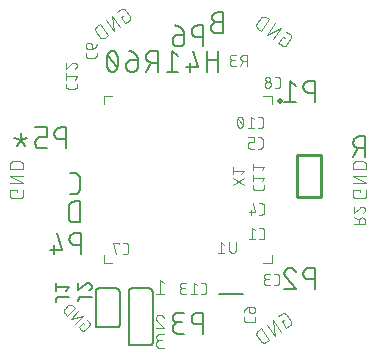
<source format=gbr>
G04 EAGLE Gerber RS-274X export*
G75*
%MOMM*%
%FSLAX34Y34*%
%LPD*%
%INSilkscreen Bottom*%
%IPPOS*%
%AMOC8*
5,1,8,0,0,1.08239X$1,22.5*%
G01*
%ADD10C,0.152400*%
%ADD11C,0.101600*%
%ADD12C,0.076200*%
%ADD13C,0.500000*%
%ADD14C,0.120000*%
%ADD15C,0.254000*%
%ADD16C,0.127000*%


D10*
X375638Y479778D02*
X370699Y479778D01*
X370559Y479776D01*
X370420Y479770D01*
X370280Y479760D01*
X370141Y479746D01*
X370002Y479729D01*
X369864Y479707D01*
X369727Y479681D01*
X369590Y479652D01*
X369454Y479619D01*
X369320Y479582D01*
X369186Y479541D01*
X369054Y479496D01*
X368922Y479447D01*
X368793Y479395D01*
X368665Y479340D01*
X368538Y479280D01*
X368413Y479217D01*
X368290Y479151D01*
X368169Y479081D01*
X368050Y479008D01*
X367933Y478931D01*
X367819Y478851D01*
X367706Y478768D01*
X367596Y478682D01*
X367489Y478592D01*
X367384Y478500D01*
X367282Y478405D01*
X367182Y478307D01*
X367085Y478206D01*
X366991Y478102D01*
X366901Y477996D01*
X366813Y477887D01*
X366728Y477776D01*
X366647Y477662D01*
X366568Y477547D01*
X366493Y477429D01*
X366422Y477309D01*
X366354Y477186D01*
X366289Y477063D01*
X366228Y476937D01*
X366170Y476809D01*
X366116Y476681D01*
X366066Y476550D01*
X366019Y476418D01*
X365976Y476285D01*
X365937Y476151D01*
X365902Y476016D01*
X365871Y475880D01*
X365843Y475742D01*
X365820Y475605D01*
X365800Y475466D01*
X365784Y475327D01*
X365772Y475188D01*
X365764Y475049D01*
X365760Y474909D01*
X365760Y474769D01*
X365764Y474629D01*
X365772Y474490D01*
X365784Y474351D01*
X365800Y474212D01*
X365820Y474073D01*
X365843Y473936D01*
X365871Y473798D01*
X365902Y473662D01*
X365937Y473527D01*
X365976Y473393D01*
X366019Y473260D01*
X366066Y473128D01*
X366116Y472997D01*
X366170Y472869D01*
X366228Y472741D01*
X366289Y472615D01*
X366354Y472492D01*
X366422Y472370D01*
X366493Y472249D01*
X366568Y472131D01*
X366647Y472016D01*
X366728Y471902D01*
X366813Y471791D01*
X366901Y471682D01*
X366991Y471576D01*
X367085Y471472D01*
X367182Y471371D01*
X367282Y471273D01*
X367384Y471178D01*
X367489Y471086D01*
X367596Y470996D01*
X367706Y470910D01*
X367819Y470827D01*
X367933Y470747D01*
X368050Y470670D01*
X368169Y470597D01*
X368290Y470527D01*
X368413Y470461D01*
X368538Y470398D01*
X368665Y470338D01*
X368793Y470283D01*
X368922Y470231D01*
X369054Y470182D01*
X369186Y470137D01*
X369320Y470096D01*
X369454Y470059D01*
X369590Y470026D01*
X369727Y469997D01*
X369864Y469971D01*
X370002Y469949D01*
X370141Y469932D01*
X370280Y469918D01*
X370420Y469908D01*
X370559Y469902D01*
X370699Y469900D01*
X375638Y469900D01*
X375638Y487680D01*
X370699Y487680D01*
X370575Y487678D01*
X370451Y487672D01*
X370327Y487662D01*
X370204Y487649D01*
X370081Y487631D01*
X369959Y487610D01*
X369837Y487585D01*
X369716Y487556D01*
X369597Y487523D01*
X369478Y487487D01*
X369361Y487446D01*
X369245Y487403D01*
X369130Y487355D01*
X369017Y487304D01*
X368905Y487249D01*
X368796Y487191D01*
X368688Y487130D01*
X368582Y487065D01*
X368478Y486997D01*
X368377Y486925D01*
X368277Y486851D01*
X368181Y486773D01*
X368086Y486693D01*
X367994Y486609D01*
X367905Y486523D01*
X367819Y486434D01*
X367735Y486342D01*
X367655Y486247D01*
X367577Y486151D01*
X367503Y486051D01*
X367431Y485950D01*
X367363Y485846D01*
X367298Y485740D01*
X367237Y485632D01*
X367179Y485523D01*
X367124Y485411D01*
X367073Y485298D01*
X367025Y485183D01*
X366982Y485067D01*
X366941Y484950D01*
X366905Y484831D01*
X366872Y484712D01*
X366843Y484591D01*
X366818Y484469D01*
X366797Y484347D01*
X366779Y484224D01*
X366766Y484101D01*
X366756Y483977D01*
X366750Y483853D01*
X366748Y483729D01*
X366750Y483605D01*
X366756Y483481D01*
X366766Y483357D01*
X366779Y483234D01*
X366797Y483111D01*
X366818Y482989D01*
X366843Y482867D01*
X366872Y482746D01*
X366905Y482627D01*
X366941Y482508D01*
X366982Y482391D01*
X367025Y482275D01*
X367073Y482160D01*
X367124Y482047D01*
X367179Y481935D01*
X367237Y481826D01*
X367298Y481718D01*
X367363Y481612D01*
X367431Y481508D01*
X367503Y481407D01*
X367577Y481307D01*
X367655Y481211D01*
X367735Y481116D01*
X367819Y481024D01*
X367905Y480935D01*
X367994Y480849D01*
X368086Y480765D01*
X368181Y480685D01*
X368277Y480607D01*
X368377Y480533D01*
X368478Y480461D01*
X368582Y480393D01*
X368688Y480328D01*
X368796Y480267D01*
X368905Y480209D01*
X369017Y480154D01*
X369130Y480103D01*
X369245Y480055D01*
X369361Y480012D01*
X369478Y479971D01*
X369597Y479935D01*
X369716Y479902D01*
X369837Y479873D01*
X369959Y479848D01*
X370081Y479827D01*
X370204Y479809D01*
X370327Y479796D01*
X370451Y479786D01*
X370575Y479780D01*
X370699Y479778D01*
X496034Y382778D02*
X496034Y364998D01*
X496034Y382778D02*
X491095Y382778D01*
X490955Y382776D01*
X490816Y382770D01*
X490676Y382760D01*
X490537Y382746D01*
X490398Y382729D01*
X490260Y382707D01*
X490123Y382681D01*
X489986Y382652D01*
X489850Y382619D01*
X489716Y382582D01*
X489582Y382541D01*
X489450Y382496D01*
X489318Y382447D01*
X489189Y382395D01*
X489061Y382340D01*
X488934Y382280D01*
X488809Y382217D01*
X488686Y382151D01*
X488565Y382081D01*
X488446Y382008D01*
X488329Y381931D01*
X488215Y381851D01*
X488102Y381768D01*
X487992Y381682D01*
X487885Y381592D01*
X487780Y381500D01*
X487678Y381405D01*
X487578Y381307D01*
X487481Y381206D01*
X487387Y381102D01*
X487297Y380996D01*
X487209Y380887D01*
X487124Y380776D01*
X487043Y380662D01*
X486964Y380547D01*
X486889Y380429D01*
X486818Y380309D01*
X486750Y380186D01*
X486685Y380063D01*
X486624Y379937D01*
X486566Y379809D01*
X486512Y379681D01*
X486462Y379550D01*
X486415Y379418D01*
X486372Y379285D01*
X486333Y379151D01*
X486298Y379016D01*
X486267Y378880D01*
X486239Y378742D01*
X486216Y378605D01*
X486196Y378466D01*
X486180Y378327D01*
X486168Y378188D01*
X486160Y378049D01*
X486156Y377909D01*
X486156Y377769D01*
X486160Y377629D01*
X486168Y377490D01*
X486180Y377351D01*
X486196Y377212D01*
X486216Y377073D01*
X486239Y376936D01*
X486267Y376798D01*
X486298Y376662D01*
X486333Y376527D01*
X486372Y376393D01*
X486415Y376260D01*
X486462Y376128D01*
X486512Y375997D01*
X486566Y375869D01*
X486624Y375741D01*
X486685Y375615D01*
X486750Y375492D01*
X486818Y375370D01*
X486889Y375249D01*
X486964Y375131D01*
X487043Y375016D01*
X487124Y374902D01*
X487209Y374791D01*
X487297Y374682D01*
X487387Y374576D01*
X487481Y374472D01*
X487578Y374371D01*
X487678Y374273D01*
X487780Y374178D01*
X487885Y374086D01*
X487992Y373996D01*
X488102Y373910D01*
X488215Y373827D01*
X488329Y373747D01*
X488446Y373670D01*
X488565Y373597D01*
X488686Y373527D01*
X488809Y373461D01*
X488934Y373398D01*
X489061Y373338D01*
X489189Y373283D01*
X489318Y373231D01*
X489450Y373182D01*
X489582Y373137D01*
X489716Y373096D01*
X489850Y373059D01*
X489986Y373026D01*
X490123Y372997D01*
X490260Y372971D01*
X490398Y372949D01*
X490537Y372932D01*
X490676Y372918D01*
X490816Y372908D01*
X490955Y372902D01*
X491095Y372900D01*
X496034Y372900D01*
X490107Y372900D02*
X486156Y364998D01*
X254988Y327660D02*
X254988Y309880D01*
X254988Y327660D02*
X250049Y327660D01*
X249910Y327658D01*
X249772Y327652D01*
X249634Y327643D01*
X249496Y327629D01*
X249359Y327612D01*
X249222Y327590D01*
X249085Y327565D01*
X248950Y327536D01*
X248815Y327503D01*
X248682Y327467D01*
X248549Y327427D01*
X248418Y327383D01*
X248288Y327335D01*
X248159Y327284D01*
X248032Y327229D01*
X247906Y327171D01*
X247782Y327109D01*
X247660Y327044D01*
X247540Y326975D01*
X247421Y326903D01*
X247305Y326828D01*
X247191Y326749D01*
X247079Y326667D01*
X246970Y326582D01*
X246862Y326495D01*
X246758Y326404D01*
X246656Y326310D01*
X246557Y326213D01*
X246460Y326114D01*
X246366Y326012D01*
X246275Y325908D01*
X246188Y325800D01*
X246103Y325691D01*
X246021Y325579D01*
X245942Y325465D01*
X245867Y325349D01*
X245795Y325230D01*
X245726Y325110D01*
X245661Y324988D01*
X245599Y324864D01*
X245541Y324738D01*
X245486Y324611D01*
X245435Y324482D01*
X245387Y324352D01*
X245343Y324221D01*
X245303Y324088D01*
X245267Y323955D01*
X245234Y323820D01*
X245205Y323685D01*
X245180Y323548D01*
X245158Y323411D01*
X245141Y323274D01*
X245127Y323136D01*
X245118Y322998D01*
X245112Y322860D01*
X245110Y322721D01*
X245110Y314819D01*
X245112Y314680D01*
X245118Y314542D01*
X245127Y314404D01*
X245141Y314266D01*
X245158Y314129D01*
X245180Y313992D01*
X245205Y313855D01*
X245234Y313720D01*
X245267Y313585D01*
X245303Y313452D01*
X245343Y313319D01*
X245387Y313188D01*
X245435Y313058D01*
X245486Y312929D01*
X245541Y312802D01*
X245599Y312676D01*
X245661Y312552D01*
X245726Y312430D01*
X245795Y312310D01*
X245867Y312191D01*
X245942Y312075D01*
X246021Y311961D01*
X246103Y311849D01*
X246188Y311740D01*
X246275Y311632D01*
X246366Y311528D01*
X246460Y311426D01*
X246557Y311327D01*
X246656Y311230D01*
X246758Y311136D01*
X246862Y311045D01*
X246970Y310958D01*
X247079Y310873D01*
X247191Y310791D01*
X247305Y310712D01*
X247421Y310637D01*
X247540Y310565D01*
X247660Y310496D01*
X247782Y310431D01*
X247906Y310369D01*
X248032Y310311D01*
X248159Y310256D01*
X248288Y310205D01*
X248418Y310157D01*
X248549Y310113D01*
X248682Y310073D01*
X248815Y310037D01*
X248950Y310004D01*
X249085Y309975D01*
X249222Y309950D01*
X249359Y309928D01*
X249496Y309911D01*
X249634Y309897D01*
X249772Y309888D01*
X249910Y309882D01*
X250049Y309880D01*
X254988Y309880D01*
X250557Y334010D02*
X246606Y334010D01*
X250557Y334010D02*
X250681Y334012D01*
X250805Y334018D01*
X250929Y334028D01*
X251052Y334041D01*
X251175Y334059D01*
X251297Y334080D01*
X251419Y334105D01*
X251540Y334134D01*
X251659Y334167D01*
X251778Y334203D01*
X251895Y334244D01*
X252011Y334287D01*
X252126Y334335D01*
X252239Y334386D01*
X252351Y334441D01*
X252460Y334499D01*
X252568Y334560D01*
X252674Y334625D01*
X252778Y334693D01*
X252879Y334765D01*
X252979Y334839D01*
X253075Y334917D01*
X253170Y334997D01*
X253262Y335081D01*
X253351Y335167D01*
X253437Y335256D01*
X253521Y335348D01*
X253601Y335443D01*
X253679Y335539D01*
X253753Y335639D01*
X253825Y335740D01*
X253893Y335844D01*
X253958Y335950D01*
X254019Y336058D01*
X254077Y336167D01*
X254132Y336279D01*
X254183Y336392D01*
X254231Y336507D01*
X254274Y336623D01*
X254315Y336740D01*
X254351Y336859D01*
X254384Y336978D01*
X254413Y337099D01*
X254438Y337221D01*
X254459Y337343D01*
X254477Y337466D01*
X254490Y337589D01*
X254500Y337713D01*
X254506Y337837D01*
X254508Y337961D01*
X254508Y347839D01*
X254506Y347963D01*
X254500Y348087D01*
X254490Y348211D01*
X254477Y348334D01*
X254459Y348457D01*
X254438Y348579D01*
X254413Y348701D01*
X254384Y348822D01*
X254351Y348941D01*
X254315Y349060D01*
X254274Y349177D01*
X254231Y349293D01*
X254183Y349408D01*
X254132Y349521D01*
X254077Y349633D01*
X254019Y349742D01*
X253958Y349850D01*
X253893Y349956D01*
X253825Y350060D01*
X253753Y350161D01*
X253679Y350261D01*
X253601Y350357D01*
X253521Y350452D01*
X253437Y350544D01*
X253351Y350633D01*
X253262Y350719D01*
X253170Y350803D01*
X253075Y350883D01*
X252979Y350961D01*
X252879Y351035D01*
X252778Y351107D01*
X252674Y351175D01*
X252568Y351240D01*
X252460Y351301D01*
X252351Y351359D01*
X252239Y351414D01*
X252126Y351465D01*
X252012Y351513D01*
X251895Y351556D01*
X251778Y351597D01*
X251659Y351633D01*
X251540Y351666D01*
X251419Y351695D01*
X251297Y351720D01*
X251175Y351741D01*
X251052Y351759D01*
X250929Y351772D01*
X250805Y351782D01*
X250681Y351788D01*
X250557Y351790D01*
X246606Y351790D01*
D11*
X426501Y467300D02*
X428096Y466183D01*
X426501Y467300D02*
X422778Y461983D01*
X425968Y459749D01*
X426051Y459694D01*
X426135Y459642D01*
X426222Y459593D01*
X426310Y459547D01*
X426400Y459505D01*
X426492Y459466D01*
X426585Y459431D01*
X426679Y459399D01*
X426774Y459371D01*
X426871Y459347D01*
X426968Y459326D01*
X427066Y459310D01*
X427165Y459296D01*
X427264Y459287D01*
X427363Y459282D01*
X427463Y459280D01*
X427562Y459282D01*
X427661Y459288D01*
X427760Y459298D01*
X427859Y459311D01*
X427957Y459329D01*
X428054Y459350D01*
X428150Y459374D01*
X428246Y459403D01*
X428340Y459435D01*
X428433Y459470D01*
X428524Y459509D01*
X428614Y459552D01*
X428702Y459598D01*
X428788Y459647D01*
X428873Y459700D01*
X428955Y459756D01*
X429035Y459815D01*
X429113Y459877D01*
X429188Y459942D01*
X429261Y460009D01*
X429331Y460080D01*
X429399Y460153D01*
X429463Y460229D01*
X429525Y460307D01*
X429584Y460387D01*
X433307Y465704D01*
X433362Y465787D01*
X433414Y465871D01*
X433463Y465958D01*
X433509Y466046D01*
X433551Y466136D01*
X433590Y466228D01*
X433625Y466321D01*
X433657Y466415D01*
X433685Y466510D01*
X433709Y466607D01*
X433730Y466704D01*
X433746Y466802D01*
X433760Y466901D01*
X433769Y467000D01*
X433774Y467099D01*
X433776Y467199D01*
X433774Y467298D01*
X433768Y467397D01*
X433758Y467496D01*
X433745Y467595D01*
X433727Y467693D01*
X433706Y467790D01*
X433682Y467886D01*
X433653Y467982D01*
X433621Y468076D01*
X433586Y468169D01*
X433547Y468260D01*
X433504Y468350D01*
X433458Y468438D01*
X433409Y468524D01*
X433356Y468609D01*
X433300Y468691D01*
X433241Y468771D01*
X433179Y468849D01*
X433114Y468924D01*
X433047Y468997D01*
X432976Y469067D01*
X432903Y469135D01*
X432827Y469199D01*
X432749Y469261D01*
X432669Y469320D01*
X432670Y469320D02*
X429479Y471554D01*
X424810Y474824D02*
X418108Y465253D01*
X412791Y468976D02*
X424810Y474824D01*
X419492Y478547D02*
X412791Y468976D01*
X408121Y472246D02*
X414822Y481817D01*
X412164Y483678D01*
X412164Y483679D02*
X412070Y483742D01*
X411974Y483802D01*
X411876Y483859D01*
X411776Y483912D01*
X411674Y483962D01*
X411570Y484008D01*
X411465Y484050D01*
X411359Y484089D01*
X411251Y484124D01*
X411142Y484155D01*
X411032Y484183D01*
X410921Y484206D01*
X410810Y484226D01*
X410698Y484242D01*
X410585Y484254D01*
X410472Y484262D01*
X410359Y484266D01*
X410245Y484266D01*
X410132Y484262D01*
X410019Y484254D01*
X409906Y484242D01*
X409794Y484226D01*
X409683Y484206D01*
X409572Y484183D01*
X409462Y484155D01*
X409353Y484124D01*
X409245Y484089D01*
X409139Y484050D01*
X409034Y484008D01*
X408930Y483962D01*
X408828Y483912D01*
X408728Y483859D01*
X408630Y483802D01*
X408534Y483742D01*
X408440Y483679D01*
X408349Y483612D01*
X408259Y483543D01*
X408172Y483470D01*
X408088Y483394D01*
X408007Y483315D01*
X407928Y483234D01*
X407852Y483150D01*
X407779Y483063D01*
X407710Y482974D01*
X407643Y482882D01*
X407644Y482881D02*
X404665Y478628D01*
X404602Y478534D01*
X404542Y478438D01*
X404485Y478340D01*
X404432Y478240D01*
X404382Y478138D01*
X404336Y478034D01*
X404294Y477929D01*
X404255Y477823D01*
X404220Y477715D01*
X404189Y477606D01*
X404161Y477496D01*
X404138Y477385D01*
X404118Y477274D01*
X404102Y477162D01*
X404090Y477049D01*
X404082Y476936D01*
X404078Y476823D01*
X404078Y476709D01*
X404082Y476596D01*
X404090Y476483D01*
X404102Y476370D01*
X404118Y476258D01*
X404138Y476147D01*
X404161Y476036D01*
X404189Y475926D01*
X404220Y475817D01*
X404255Y475709D01*
X404294Y475603D01*
X404336Y475498D01*
X404382Y475394D01*
X404432Y475292D01*
X404485Y475192D01*
X404542Y475094D01*
X404602Y474998D01*
X404665Y474904D01*
X404732Y474812D01*
X404801Y474723D01*
X404874Y474636D01*
X404950Y474552D01*
X405029Y474471D01*
X405110Y474392D01*
X405194Y474316D01*
X405281Y474243D01*
X405371Y474174D01*
X405462Y474107D01*
X408121Y472246D01*
X492049Y337254D02*
X492049Y335306D01*
X492049Y337254D02*
X485558Y337254D01*
X485558Y333359D01*
X485560Y333260D01*
X485566Y333160D01*
X485575Y333061D01*
X485588Y332963D01*
X485605Y332865D01*
X485626Y332767D01*
X485651Y332671D01*
X485679Y332576D01*
X485711Y332482D01*
X485746Y332389D01*
X485785Y332297D01*
X485828Y332207D01*
X485873Y332119D01*
X485923Y332032D01*
X485975Y331948D01*
X486031Y331865D01*
X486089Y331785D01*
X486151Y331707D01*
X486216Y331632D01*
X486284Y331559D01*
X486354Y331489D01*
X486427Y331421D01*
X486502Y331356D01*
X486580Y331294D01*
X486660Y331236D01*
X486743Y331180D01*
X486827Y331128D01*
X486914Y331078D01*
X487002Y331033D01*
X487092Y330990D01*
X487184Y330951D01*
X487277Y330916D01*
X487371Y330884D01*
X487466Y330856D01*
X487562Y330831D01*
X487660Y330810D01*
X487758Y330793D01*
X487856Y330780D01*
X487955Y330771D01*
X488055Y330765D01*
X488154Y330763D01*
X494646Y330763D01*
X494745Y330765D01*
X494845Y330771D01*
X494944Y330780D01*
X495042Y330793D01*
X495140Y330810D01*
X495238Y330831D01*
X495334Y330856D01*
X495429Y330884D01*
X495523Y330916D01*
X495616Y330951D01*
X495708Y330990D01*
X495798Y331033D01*
X495886Y331078D01*
X495973Y331128D01*
X496057Y331180D01*
X496140Y331236D01*
X496220Y331294D01*
X496298Y331356D01*
X496373Y331421D01*
X496446Y331489D01*
X496516Y331559D01*
X496584Y331632D01*
X496649Y331707D01*
X496711Y331785D01*
X496769Y331865D01*
X496825Y331948D01*
X496877Y332032D01*
X496927Y332119D01*
X496972Y332207D01*
X497015Y332297D01*
X497054Y332389D01*
X497089Y332481D01*
X497121Y332576D01*
X497149Y332671D01*
X497174Y332767D01*
X497195Y332865D01*
X497212Y332963D01*
X497225Y333061D01*
X497234Y333160D01*
X497240Y333260D01*
X497242Y333359D01*
X497242Y337254D01*
X497242Y342954D02*
X485558Y342954D01*
X485558Y349446D02*
X497242Y342954D01*
X497242Y349446D02*
X485558Y349446D01*
X485558Y355146D02*
X497242Y355146D01*
X497242Y358392D01*
X497240Y358505D01*
X497234Y358618D01*
X497224Y358731D01*
X497210Y358844D01*
X497193Y358956D01*
X497171Y359067D01*
X497146Y359177D01*
X497116Y359287D01*
X497083Y359395D01*
X497046Y359502D01*
X497006Y359608D01*
X496961Y359712D01*
X496913Y359815D01*
X496862Y359916D01*
X496807Y360015D01*
X496749Y360112D01*
X496687Y360207D01*
X496622Y360300D01*
X496554Y360390D01*
X496483Y360478D01*
X496408Y360564D01*
X496331Y360647D01*
X496251Y360727D01*
X496168Y360804D01*
X496082Y360879D01*
X495994Y360950D01*
X495904Y361018D01*
X495811Y361083D01*
X495716Y361145D01*
X495619Y361203D01*
X495520Y361258D01*
X495419Y361309D01*
X495316Y361357D01*
X495212Y361402D01*
X495106Y361442D01*
X494999Y361479D01*
X494891Y361512D01*
X494781Y361542D01*
X494671Y361567D01*
X494560Y361589D01*
X494448Y361606D01*
X494335Y361620D01*
X494222Y361630D01*
X494109Y361636D01*
X493996Y361638D01*
X488804Y361638D01*
X488691Y361636D01*
X488578Y361630D01*
X488465Y361620D01*
X488352Y361606D01*
X488240Y361589D01*
X488129Y361567D01*
X488019Y361542D01*
X487909Y361512D01*
X487801Y361479D01*
X487694Y361442D01*
X487588Y361402D01*
X487484Y361357D01*
X487381Y361309D01*
X487280Y361258D01*
X487181Y361203D01*
X487084Y361145D01*
X486989Y361083D01*
X486896Y361018D01*
X486806Y360950D01*
X486718Y360879D01*
X486632Y360804D01*
X486549Y360727D01*
X486469Y360647D01*
X486392Y360564D01*
X486317Y360478D01*
X486246Y360390D01*
X486178Y360300D01*
X486113Y360207D01*
X486051Y360112D01*
X485993Y360015D01*
X485938Y359916D01*
X485887Y359815D01*
X485839Y359712D01*
X485794Y359608D01*
X485754Y359502D01*
X485717Y359395D01*
X485684Y359287D01*
X485654Y359177D01*
X485629Y359067D01*
X485607Y358956D01*
X485590Y358844D01*
X485576Y358731D01*
X485566Y358618D01*
X485560Y358505D01*
X485558Y358392D01*
X485558Y355146D01*
X427351Y227280D02*
X425756Y226163D01*
X429479Y220846D01*
X432670Y223080D01*
X432669Y223080D02*
X432749Y223139D01*
X432827Y223201D01*
X432903Y223265D01*
X432976Y223333D01*
X433047Y223403D01*
X433114Y223476D01*
X433179Y223551D01*
X433241Y223629D01*
X433300Y223709D01*
X433356Y223791D01*
X433409Y223876D01*
X433458Y223962D01*
X433504Y224050D01*
X433547Y224140D01*
X433586Y224231D01*
X433621Y224324D01*
X433653Y224418D01*
X433682Y224514D01*
X433706Y224610D01*
X433727Y224707D01*
X433745Y224805D01*
X433758Y224904D01*
X433768Y225003D01*
X433774Y225102D01*
X433776Y225201D01*
X433774Y225301D01*
X433769Y225400D01*
X433759Y225499D01*
X433746Y225598D01*
X433730Y225696D01*
X433709Y225793D01*
X433685Y225890D01*
X433657Y225985D01*
X433625Y226079D01*
X433590Y226172D01*
X433551Y226264D01*
X433509Y226354D01*
X433463Y226442D01*
X433414Y226529D01*
X433362Y226613D01*
X433307Y226696D01*
X429584Y232013D01*
X429525Y232093D01*
X429463Y232171D01*
X429399Y232247D01*
X429331Y232320D01*
X429261Y232391D01*
X429188Y232458D01*
X429113Y232523D01*
X429035Y232585D01*
X428955Y232644D01*
X428873Y232700D01*
X428788Y232753D01*
X428702Y232802D01*
X428614Y232848D01*
X428524Y232891D01*
X428433Y232930D01*
X428340Y232965D01*
X428246Y232997D01*
X428150Y233026D01*
X428054Y233050D01*
X427957Y233071D01*
X427859Y233089D01*
X427760Y233102D01*
X427661Y233112D01*
X427562Y233118D01*
X427463Y233120D01*
X427363Y233118D01*
X427264Y233113D01*
X427165Y233104D01*
X427066Y233090D01*
X426968Y233074D01*
X426871Y233053D01*
X426774Y233029D01*
X426679Y233001D01*
X426585Y232969D01*
X426492Y232934D01*
X426400Y232895D01*
X426310Y232853D01*
X426222Y232807D01*
X426135Y232758D01*
X426051Y232706D01*
X425968Y232651D01*
X422778Y230417D01*
X418108Y227147D02*
X424809Y217576D01*
X419492Y213853D02*
X418108Y227147D01*
X412791Y223424D02*
X419492Y213853D01*
X414822Y210583D02*
X408121Y220154D01*
X405462Y218292D01*
X405462Y218293D02*
X405371Y218226D01*
X405281Y218157D01*
X405194Y218084D01*
X405110Y218008D01*
X405029Y217929D01*
X404950Y217848D01*
X404874Y217764D01*
X404801Y217677D01*
X404732Y217588D01*
X404665Y217496D01*
X404602Y217402D01*
X404542Y217306D01*
X404485Y217208D01*
X404432Y217108D01*
X404382Y217006D01*
X404336Y216902D01*
X404294Y216797D01*
X404255Y216691D01*
X404220Y216583D01*
X404189Y216474D01*
X404161Y216364D01*
X404138Y216253D01*
X404118Y216142D01*
X404102Y216030D01*
X404090Y215917D01*
X404082Y215804D01*
X404078Y215691D01*
X404078Y215577D01*
X404082Y215464D01*
X404090Y215351D01*
X404102Y215238D01*
X404118Y215126D01*
X404138Y215015D01*
X404161Y214904D01*
X404189Y214794D01*
X404220Y214685D01*
X404255Y214577D01*
X404294Y214471D01*
X404336Y214366D01*
X404382Y214262D01*
X404432Y214160D01*
X404485Y214060D01*
X404542Y213962D01*
X404602Y213866D01*
X404665Y213772D01*
X407644Y209518D01*
X407643Y209518D02*
X407710Y209427D01*
X407779Y209337D01*
X407852Y209250D01*
X407928Y209166D01*
X408007Y209085D01*
X408088Y209006D01*
X408172Y208930D01*
X408259Y208857D01*
X408349Y208788D01*
X408440Y208721D01*
X408534Y208658D01*
X408630Y208598D01*
X408728Y208541D01*
X408828Y208488D01*
X408930Y208438D01*
X409034Y208392D01*
X409139Y208350D01*
X409245Y208311D01*
X409353Y208276D01*
X409462Y208245D01*
X409572Y208217D01*
X409683Y208194D01*
X409794Y208174D01*
X409906Y208158D01*
X410019Y208146D01*
X410132Y208138D01*
X410245Y208134D01*
X410359Y208134D01*
X410472Y208138D01*
X410585Y208146D01*
X410698Y208158D01*
X410810Y208174D01*
X410921Y208194D01*
X411032Y208217D01*
X411142Y208245D01*
X411251Y208276D01*
X411359Y208311D01*
X411465Y208350D01*
X411570Y208392D01*
X411674Y208438D01*
X411776Y208488D01*
X411876Y208541D01*
X411974Y208598D01*
X412070Y208658D01*
X412164Y208721D01*
X414822Y210583D01*
D12*
X258538Y223601D02*
X257430Y224708D01*
X253738Y221016D01*
X255953Y218801D01*
X255954Y218802D02*
X256018Y218740D01*
X256084Y218682D01*
X256153Y218626D01*
X256224Y218573D01*
X256298Y218524D01*
X256373Y218477D01*
X256451Y218434D01*
X256530Y218394D01*
X256611Y218358D01*
X256693Y218324D01*
X256776Y218295D01*
X256861Y218269D01*
X256947Y218247D01*
X257034Y218228D01*
X257121Y218213D01*
X257209Y218202D01*
X257297Y218194D01*
X257386Y218190D01*
X257474Y218190D01*
X257563Y218194D01*
X257651Y218202D01*
X257739Y218213D01*
X257826Y218228D01*
X257913Y218247D01*
X257999Y218269D01*
X258084Y218295D01*
X258167Y218324D01*
X258249Y218358D01*
X258330Y218394D01*
X258409Y218434D01*
X258487Y218477D01*
X258562Y218524D01*
X258636Y218573D01*
X258707Y218626D01*
X258776Y218682D01*
X258842Y218740D01*
X258906Y218802D01*
X258907Y218801D02*
X262599Y222493D01*
X262598Y222494D02*
X262661Y222559D01*
X262721Y222628D01*
X262779Y222699D01*
X262832Y222772D01*
X262883Y222848D01*
X262930Y222926D01*
X262974Y223006D01*
X263014Y223088D01*
X263051Y223171D01*
X263084Y223256D01*
X263113Y223342D01*
X263139Y223430D01*
X263161Y223518D01*
X263178Y223607D01*
X263192Y223697D01*
X263202Y223788D01*
X263208Y223879D01*
X263210Y223970D01*
X263208Y224061D01*
X263202Y224152D01*
X263192Y224243D01*
X263178Y224333D01*
X263161Y224422D01*
X263139Y224510D01*
X263113Y224598D01*
X263084Y224684D01*
X263051Y224769D01*
X263014Y224852D01*
X262974Y224934D01*
X262930Y225014D01*
X262883Y225092D01*
X262832Y225168D01*
X262779Y225241D01*
X262722Y225312D01*
X262661Y225381D01*
X262598Y225446D01*
X262599Y225447D02*
X260384Y227662D01*
X257179Y230867D02*
X250533Y224221D01*
X246841Y227913D02*
X257179Y230867D01*
X253487Y234559D02*
X246841Y227913D01*
X243636Y231118D02*
X250282Y237764D01*
X248436Y239609D01*
X248436Y239610D02*
X248364Y239680D01*
X248290Y239746D01*
X248212Y239810D01*
X248133Y239870D01*
X248051Y239928D01*
X247967Y239982D01*
X247881Y240033D01*
X247793Y240081D01*
X247704Y240126D01*
X247612Y240167D01*
X247519Y240204D01*
X247425Y240238D01*
X247330Y240268D01*
X247234Y240294D01*
X247136Y240317D01*
X247038Y240336D01*
X246939Y240352D01*
X246840Y240363D01*
X246740Y240371D01*
X246640Y240375D01*
X246540Y240375D01*
X246440Y240371D01*
X246340Y240363D01*
X246241Y240352D01*
X246142Y240336D01*
X246044Y240317D01*
X245946Y240294D01*
X245850Y240268D01*
X245755Y240238D01*
X245661Y240204D01*
X245568Y240167D01*
X245476Y240126D01*
X245387Y240081D01*
X245299Y240033D01*
X245213Y239982D01*
X245129Y239928D01*
X245047Y239870D01*
X244968Y239810D01*
X244890Y239746D01*
X244816Y239680D01*
X244744Y239610D01*
X244744Y239609D02*
X241791Y236656D01*
X241790Y236656D02*
X241720Y236584D01*
X241654Y236510D01*
X241590Y236432D01*
X241530Y236353D01*
X241472Y236271D01*
X241418Y236187D01*
X241367Y236101D01*
X241319Y236013D01*
X241274Y235924D01*
X241233Y235832D01*
X241196Y235739D01*
X241162Y235645D01*
X241132Y235550D01*
X241106Y235454D01*
X241083Y235356D01*
X241064Y235258D01*
X241048Y235159D01*
X241037Y235060D01*
X241029Y234960D01*
X241025Y234860D01*
X241025Y234760D01*
X241029Y234660D01*
X241037Y234560D01*
X241048Y234461D01*
X241064Y234362D01*
X241083Y234264D01*
X241106Y234166D01*
X241132Y234070D01*
X241162Y233975D01*
X241196Y233881D01*
X241233Y233788D01*
X241274Y233696D01*
X241319Y233607D01*
X241367Y233519D01*
X241418Y233433D01*
X241472Y233349D01*
X241530Y233267D01*
X241590Y233188D01*
X241654Y233110D01*
X241720Y233036D01*
X241790Y232964D01*
X241791Y232964D02*
X243636Y231118D01*
D11*
X201649Y335306D02*
X201649Y337254D01*
X195158Y337254D01*
X195158Y333359D01*
X195160Y333260D01*
X195166Y333160D01*
X195175Y333061D01*
X195188Y332963D01*
X195205Y332865D01*
X195226Y332767D01*
X195251Y332671D01*
X195279Y332576D01*
X195311Y332482D01*
X195346Y332389D01*
X195385Y332297D01*
X195428Y332207D01*
X195473Y332119D01*
X195523Y332032D01*
X195575Y331948D01*
X195631Y331865D01*
X195689Y331785D01*
X195751Y331707D01*
X195816Y331632D01*
X195884Y331559D01*
X195954Y331489D01*
X196027Y331421D01*
X196102Y331356D01*
X196180Y331294D01*
X196260Y331236D01*
X196343Y331180D01*
X196427Y331128D01*
X196514Y331078D01*
X196602Y331033D01*
X196692Y330990D01*
X196784Y330951D01*
X196877Y330916D01*
X196971Y330884D01*
X197066Y330856D01*
X197162Y330831D01*
X197260Y330810D01*
X197358Y330793D01*
X197456Y330780D01*
X197555Y330771D01*
X197655Y330765D01*
X197754Y330763D01*
X204246Y330763D01*
X204345Y330765D01*
X204445Y330771D01*
X204544Y330780D01*
X204642Y330793D01*
X204740Y330810D01*
X204838Y330831D01*
X204934Y330856D01*
X205029Y330884D01*
X205123Y330916D01*
X205216Y330951D01*
X205308Y330990D01*
X205398Y331033D01*
X205486Y331078D01*
X205573Y331128D01*
X205657Y331180D01*
X205740Y331236D01*
X205820Y331294D01*
X205898Y331356D01*
X205973Y331421D01*
X206046Y331489D01*
X206116Y331559D01*
X206184Y331632D01*
X206249Y331707D01*
X206311Y331785D01*
X206369Y331865D01*
X206425Y331948D01*
X206477Y332032D01*
X206527Y332119D01*
X206572Y332207D01*
X206615Y332297D01*
X206654Y332389D01*
X206689Y332481D01*
X206721Y332576D01*
X206749Y332671D01*
X206774Y332767D01*
X206795Y332865D01*
X206812Y332963D01*
X206825Y333061D01*
X206834Y333160D01*
X206840Y333260D01*
X206842Y333359D01*
X206842Y337254D01*
X206842Y342954D02*
X195158Y342954D01*
X195158Y349446D02*
X206842Y342954D01*
X206842Y349446D02*
X195158Y349446D01*
X195158Y355146D02*
X206842Y355146D01*
X206842Y358392D01*
X206840Y358505D01*
X206834Y358618D01*
X206824Y358731D01*
X206810Y358844D01*
X206793Y358956D01*
X206771Y359067D01*
X206746Y359177D01*
X206716Y359287D01*
X206683Y359395D01*
X206646Y359502D01*
X206606Y359608D01*
X206561Y359712D01*
X206513Y359815D01*
X206462Y359916D01*
X206407Y360015D01*
X206349Y360112D01*
X206287Y360207D01*
X206222Y360300D01*
X206154Y360390D01*
X206083Y360478D01*
X206008Y360564D01*
X205931Y360647D01*
X205851Y360727D01*
X205768Y360804D01*
X205682Y360879D01*
X205594Y360950D01*
X205504Y361018D01*
X205411Y361083D01*
X205316Y361145D01*
X205219Y361203D01*
X205120Y361258D01*
X205019Y361309D01*
X204916Y361357D01*
X204812Y361402D01*
X204706Y361442D01*
X204599Y361479D01*
X204491Y361512D01*
X204381Y361542D01*
X204271Y361567D01*
X204160Y361589D01*
X204048Y361606D01*
X203935Y361620D01*
X203822Y361630D01*
X203709Y361636D01*
X203596Y361638D01*
X198404Y361638D01*
X198291Y361636D01*
X198178Y361630D01*
X198065Y361620D01*
X197952Y361606D01*
X197840Y361589D01*
X197729Y361567D01*
X197619Y361542D01*
X197509Y361512D01*
X197401Y361479D01*
X197294Y361442D01*
X197188Y361402D01*
X197084Y361357D01*
X196981Y361309D01*
X196880Y361258D01*
X196781Y361203D01*
X196684Y361145D01*
X196589Y361083D01*
X196496Y361018D01*
X196406Y360950D01*
X196318Y360879D01*
X196232Y360804D01*
X196149Y360727D01*
X196069Y360647D01*
X195992Y360564D01*
X195917Y360478D01*
X195846Y360390D01*
X195778Y360300D01*
X195713Y360207D01*
X195651Y360112D01*
X195593Y360015D01*
X195538Y359916D01*
X195487Y359815D01*
X195439Y359712D01*
X195394Y359608D01*
X195354Y359502D01*
X195317Y359395D01*
X195284Y359287D01*
X195254Y359177D01*
X195229Y359067D01*
X195207Y358956D01*
X195190Y358844D01*
X195176Y358731D01*
X195166Y358618D01*
X195160Y358505D01*
X195158Y358392D01*
X195158Y355146D01*
X289446Y483913D02*
X291041Y485030D01*
X289446Y483913D02*
X293169Y478596D01*
X296360Y480830D01*
X296359Y480830D02*
X296439Y480889D01*
X296517Y480951D01*
X296593Y481015D01*
X296666Y481083D01*
X296737Y481153D01*
X296804Y481226D01*
X296869Y481301D01*
X296931Y481379D01*
X296990Y481459D01*
X297046Y481541D01*
X297099Y481626D01*
X297148Y481712D01*
X297194Y481800D01*
X297237Y481890D01*
X297276Y481981D01*
X297311Y482074D01*
X297343Y482168D01*
X297372Y482264D01*
X297396Y482360D01*
X297417Y482457D01*
X297435Y482555D01*
X297448Y482654D01*
X297458Y482753D01*
X297464Y482852D01*
X297466Y482951D01*
X297464Y483051D01*
X297459Y483150D01*
X297449Y483249D01*
X297436Y483348D01*
X297420Y483446D01*
X297399Y483543D01*
X297375Y483640D01*
X297347Y483735D01*
X297315Y483829D01*
X297280Y483922D01*
X297241Y484014D01*
X297199Y484104D01*
X297153Y484192D01*
X297104Y484279D01*
X297052Y484363D01*
X296997Y484446D01*
X293274Y489763D01*
X293215Y489843D01*
X293153Y489921D01*
X293089Y489997D01*
X293021Y490070D01*
X292951Y490141D01*
X292878Y490208D01*
X292803Y490273D01*
X292725Y490335D01*
X292645Y490394D01*
X292563Y490450D01*
X292478Y490503D01*
X292392Y490552D01*
X292304Y490598D01*
X292214Y490641D01*
X292123Y490680D01*
X292030Y490715D01*
X291936Y490747D01*
X291840Y490776D01*
X291744Y490800D01*
X291647Y490821D01*
X291549Y490839D01*
X291450Y490852D01*
X291351Y490862D01*
X291252Y490868D01*
X291153Y490870D01*
X291053Y490868D01*
X290954Y490863D01*
X290855Y490854D01*
X290756Y490840D01*
X290658Y490824D01*
X290561Y490803D01*
X290464Y490779D01*
X290369Y490751D01*
X290275Y490719D01*
X290182Y490684D01*
X290090Y490645D01*
X290000Y490603D01*
X289912Y490557D01*
X289825Y490508D01*
X289741Y490456D01*
X289658Y490401D01*
X286468Y488167D01*
X281798Y484897D02*
X288499Y475326D01*
X283182Y471603D02*
X281798Y484897D01*
X276481Y481174D02*
X283182Y471603D01*
X278512Y468333D02*
X271811Y477904D01*
X269152Y476042D01*
X269152Y476043D02*
X269061Y475976D01*
X268971Y475907D01*
X268884Y475834D01*
X268800Y475758D01*
X268719Y475679D01*
X268640Y475598D01*
X268564Y475514D01*
X268491Y475427D01*
X268422Y475338D01*
X268355Y475246D01*
X268292Y475152D01*
X268232Y475056D01*
X268175Y474958D01*
X268122Y474858D01*
X268072Y474756D01*
X268026Y474652D01*
X267984Y474547D01*
X267945Y474441D01*
X267910Y474333D01*
X267879Y474224D01*
X267851Y474114D01*
X267828Y474003D01*
X267808Y473892D01*
X267792Y473780D01*
X267780Y473667D01*
X267772Y473554D01*
X267768Y473441D01*
X267768Y473327D01*
X267772Y473214D01*
X267780Y473101D01*
X267792Y472988D01*
X267808Y472876D01*
X267828Y472765D01*
X267851Y472654D01*
X267879Y472544D01*
X267910Y472435D01*
X267945Y472327D01*
X267984Y472221D01*
X268026Y472116D01*
X268072Y472012D01*
X268122Y471910D01*
X268175Y471810D01*
X268232Y471712D01*
X268292Y471616D01*
X268355Y471522D01*
X271334Y467268D01*
X271333Y467268D02*
X271400Y467177D01*
X271469Y467087D01*
X271542Y467000D01*
X271618Y466916D01*
X271697Y466835D01*
X271778Y466756D01*
X271862Y466680D01*
X271949Y466607D01*
X272039Y466538D01*
X272130Y466471D01*
X272224Y466408D01*
X272320Y466348D01*
X272418Y466291D01*
X272518Y466238D01*
X272620Y466188D01*
X272724Y466142D01*
X272829Y466100D01*
X272935Y466061D01*
X273043Y466026D01*
X273152Y465995D01*
X273262Y465967D01*
X273373Y465944D01*
X273484Y465924D01*
X273596Y465908D01*
X273709Y465896D01*
X273822Y465888D01*
X273935Y465884D01*
X274049Y465884D01*
X274162Y465888D01*
X274275Y465896D01*
X274388Y465908D01*
X274500Y465924D01*
X274611Y465944D01*
X274722Y465967D01*
X274832Y465995D01*
X274941Y466026D01*
X275049Y466061D01*
X275155Y466100D01*
X275260Y466142D01*
X275364Y466188D01*
X275466Y466238D01*
X275566Y466291D01*
X275664Y466348D01*
X275760Y466408D01*
X275854Y466471D01*
X278512Y468333D01*
D10*
X453726Y429670D02*
X453726Y411890D01*
X453726Y429670D02*
X448788Y429670D01*
X448648Y429668D01*
X448509Y429662D01*
X448369Y429652D01*
X448230Y429638D01*
X448091Y429621D01*
X447953Y429599D01*
X447816Y429573D01*
X447679Y429544D01*
X447543Y429511D01*
X447409Y429474D01*
X447275Y429433D01*
X447143Y429388D01*
X447011Y429339D01*
X446882Y429287D01*
X446754Y429232D01*
X446627Y429172D01*
X446502Y429109D01*
X446379Y429043D01*
X446258Y428973D01*
X446139Y428900D01*
X446022Y428823D01*
X445908Y428743D01*
X445795Y428660D01*
X445685Y428574D01*
X445578Y428484D01*
X445473Y428392D01*
X445371Y428297D01*
X445271Y428199D01*
X445174Y428098D01*
X445080Y427994D01*
X444990Y427888D01*
X444902Y427779D01*
X444817Y427668D01*
X444736Y427554D01*
X444657Y427439D01*
X444582Y427321D01*
X444511Y427201D01*
X444443Y427078D01*
X444378Y426955D01*
X444317Y426829D01*
X444259Y426701D01*
X444205Y426573D01*
X444155Y426442D01*
X444108Y426310D01*
X444065Y426177D01*
X444026Y426043D01*
X443991Y425908D01*
X443960Y425772D01*
X443932Y425634D01*
X443909Y425497D01*
X443889Y425358D01*
X443873Y425219D01*
X443861Y425080D01*
X443853Y424941D01*
X443849Y424801D01*
X443849Y424661D01*
X443853Y424521D01*
X443861Y424382D01*
X443873Y424243D01*
X443889Y424104D01*
X443909Y423965D01*
X443932Y423828D01*
X443960Y423690D01*
X443991Y423554D01*
X444026Y423419D01*
X444065Y423285D01*
X444108Y423152D01*
X444155Y423020D01*
X444205Y422889D01*
X444259Y422761D01*
X444317Y422633D01*
X444378Y422507D01*
X444443Y422384D01*
X444511Y422262D01*
X444582Y422141D01*
X444657Y422023D01*
X444736Y421908D01*
X444817Y421794D01*
X444902Y421683D01*
X444990Y421574D01*
X445080Y421468D01*
X445174Y421364D01*
X445271Y421263D01*
X445371Y421165D01*
X445473Y421070D01*
X445578Y420978D01*
X445685Y420888D01*
X445795Y420802D01*
X445908Y420719D01*
X446022Y420639D01*
X446139Y420562D01*
X446258Y420489D01*
X446379Y420419D01*
X446502Y420353D01*
X446627Y420290D01*
X446754Y420230D01*
X446882Y420175D01*
X447011Y420123D01*
X447143Y420074D01*
X447275Y420029D01*
X447409Y419988D01*
X447543Y419951D01*
X447679Y419918D01*
X447816Y419889D01*
X447953Y419863D01*
X448091Y419841D01*
X448230Y419824D01*
X448369Y419810D01*
X448509Y419800D01*
X448648Y419794D01*
X448788Y419792D01*
X453726Y419792D01*
X437731Y425719D02*
X432792Y429670D01*
X432792Y411890D01*
X427854Y411890D02*
X437731Y411890D01*
X453726Y271620D02*
X453726Y253840D01*
X453726Y271620D02*
X448788Y271620D01*
X448648Y271618D01*
X448509Y271612D01*
X448369Y271602D01*
X448230Y271588D01*
X448091Y271571D01*
X447953Y271549D01*
X447816Y271523D01*
X447679Y271494D01*
X447543Y271461D01*
X447409Y271424D01*
X447275Y271383D01*
X447143Y271338D01*
X447011Y271289D01*
X446882Y271237D01*
X446754Y271182D01*
X446627Y271122D01*
X446502Y271059D01*
X446379Y270993D01*
X446258Y270923D01*
X446139Y270850D01*
X446022Y270773D01*
X445908Y270693D01*
X445795Y270610D01*
X445685Y270524D01*
X445578Y270434D01*
X445473Y270342D01*
X445371Y270247D01*
X445271Y270149D01*
X445174Y270048D01*
X445080Y269944D01*
X444990Y269838D01*
X444902Y269729D01*
X444817Y269618D01*
X444736Y269504D01*
X444657Y269389D01*
X444582Y269271D01*
X444511Y269151D01*
X444443Y269028D01*
X444378Y268905D01*
X444317Y268779D01*
X444259Y268651D01*
X444205Y268523D01*
X444155Y268392D01*
X444108Y268260D01*
X444065Y268127D01*
X444026Y267993D01*
X443991Y267858D01*
X443960Y267722D01*
X443932Y267584D01*
X443909Y267447D01*
X443889Y267308D01*
X443873Y267169D01*
X443861Y267030D01*
X443853Y266891D01*
X443849Y266751D01*
X443849Y266611D01*
X443853Y266471D01*
X443861Y266332D01*
X443873Y266193D01*
X443889Y266054D01*
X443909Y265915D01*
X443932Y265778D01*
X443960Y265640D01*
X443991Y265504D01*
X444026Y265369D01*
X444065Y265235D01*
X444108Y265102D01*
X444155Y264970D01*
X444205Y264839D01*
X444259Y264711D01*
X444317Y264583D01*
X444378Y264457D01*
X444443Y264334D01*
X444511Y264212D01*
X444582Y264091D01*
X444657Y263973D01*
X444736Y263858D01*
X444817Y263744D01*
X444902Y263633D01*
X444990Y263524D01*
X445080Y263418D01*
X445174Y263314D01*
X445271Y263213D01*
X445371Y263115D01*
X445473Y263020D01*
X445578Y262928D01*
X445685Y262838D01*
X445795Y262752D01*
X445908Y262669D01*
X446022Y262589D01*
X446139Y262512D01*
X446258Y262439D01*
X446379Y262369D01*
X446502Y262303D01*
X446627Y262240D01*
X446754Y262180D01*
X446882Y262125D01*
X447011Y262073D01*
X447143Y262024D01*
X447275Y261979D01*
X447409Y261938D01*
X447543Y261901D01*
X447679Y261868D01*
X447816Y261839D01*
X447953Y261813D01*
X448091Y261791D01*
X448230Y261774D01*
X448369Y261760D01*
X448509Y261750D01*
X448648Y261744D01*
X448788Y261742D01*
X453726Y261742D01*
X432299Y271620D02*
X432167Y271618D01*
X432036Y271612D01*
X431904Y271602D01*
X431773Y271589D01*
X431643Y271571D01*
X431513Y271550D01*
X431383Y271525D01*
X431255Y271496D01*
X431127Y271463D01*
X431001Y271426D01*
X430875Y271386D01*
X430751Y271342D01*
X430628Y271294D01*
X430507Y271243D01*
X430387Y271188D01*
X430269Y271130D01*
X430153Y271068D01*
X430039Y271002D01*
X429926Y270934D01*
X429816Y270862D01*
X429708Y270787D01*
X429602Y270708D01*
X429498Y270627D01*
X429397Y270542D01*
X429299Y270455D01*
X429203Y270364D01*
X429110Y270271D01*
X429019Y270175D01*
X428932Y270077D01*
X428847Y269976D01*
X428766Y269872D01*
X428687Y269766D01*
X428612Y269658D01*
X428540Y269548D01*
X428472Y269435D01*
X428406Y269321D01*
X428344Y269205D01*
X428286Y269087D01*
X428231Y268967D01*
X428180Y268846D01*
X428132Y268723D01*
X428088Y268599D01*
X428048Y268473D01*
X428011Y268347D01*
X427978Y268219D01*
X427949Y268091D01*
X427924Y267961D01*
X427903Y267831D01*
X427885Y267701D01*
X427872Y267570D01*
X427862Y267438D01*
X427856Y267307D01*
X427854Y267175D01*
X432299Y271620D02*
X432449Y271618D01*
X432598Y271612D01*
X432747Y271602D01*
X432896Y271589D01*
X433045Y271571D01*
X433193Y271550D01*
X433341Y271524D01*
X433487Y271495D01*
X433633Y271462D01*
X433778Y271425D01*
X433922Y271384D01*
X434065Y271340D01*
X434207Y271292D01*
X434347Y271240D01*
X434486Y271185D01*
X434624Y271126D01*
X434759Y271063D01*
X434894Y270997D01*
X435026Y270927D01*
X435156Y270854D01*
X435285Y270777D01*
X435412Y270697D01*
X435536Y270614D01*
X435658Y270528D01*
X435778Y270438D01*
X435895Y270345D01*
X436010Y270250D01*
X436123Y270151D01*
X436233Y270049D01*
X436340Y269945D01*
X436444Y269838D01*
X436546Y269728D01*
X436644Y269615D01*
X436740Y269500D01*
X436832Y269382D01*
X436922Y269262D01*
X437008Y269140D01*
X437091Y269016D01*
X437171Y268889D01*
X437247Y268761D01*
X437320Y268630D01*
X437390Y268497D01*
X437456Y268363D01*
X437518Y268227D01*
X437577Y268090D01*
X437633Y267951D01*
X437684Y267810D01*
X437732Y267669D01*
X429336Y263718D02*
X429240Y263811D01*
X429148Y263907D01*
X429058Y264006D01*
X428971Y264107D01*
X428887Y264210D01*
X428805Y264315D01*
X428727Y264423D01*
X428652Y264533D01*
X428579Y264645D01*
X428510Y264759D01*
X428444Y264875D01*
X428382Y264993D01*
X428323Y265112D01*
X428267Y265233D01*
X428214Y265356D01*
X428165Y265480D01*
X428120Y265605D01*
X428077Y265732D01*
X428039Y265859D01*
X428004Y265988D01*
X427973Y266117D01*
X427945Y266248D01*
X427921Y266379D01*
X427900Y266511D01*
X427884Y266643D01*
X427871Y266776D01*
X427861Y266909D01*
X427856Y267042D01*
X427854Y267175D01*
X429335Y263718D02*
X437731Y253840D01*
X427854Y253840D01*
X359136Y233490D02*
X359136Y215710D01*
X359136Y233490D02*
X354198Y233490D01*
X354058Y233488D01*
X353919Y233482D01*
X353779Y233472D01*
X353640Y233458D01*
X353501Y233441D01*
X353363Y233419D01*
X353226Y233393D01*
X353089Y233364D01*
X352953Y233331D01*
X352819Y233294D01*
X352685Y233253D01*
X352553Y233208D01*
X352421Y233159D01*
X352292Y233107D01*
X352164Y233052D01*
X352037Y232992D01*
X351912Y232929D01*
X351789Y232863D01*
X351668Y232793D01*
X351549Y232720D01*
X351432Y232643D01*
X351318Y232563D01*
X351205Y232480D01*
X351095Y232394D01*
X350988Y232304D01*
X350883Y232212D01*
X350781Y232117D01*
X350681Y232019D01*
X350584Y231918D01*
X350490Y231814D01*
X350400Y231708D01*
X350312Y231599D01*
X350227Y231488D01*
X350146Y231374D01*
X350067Y231259D01*
X349992Y231141D01*
X349921Y231021D01*
X349853Y230898D01*
X349788Y230775D01*
X349727Y230649D01*
X349669Y230521D01*
X349615Y230393D01*
X349565Y230262D01*
X349518Y230130D01*
X349475Y229997D01*
X349436Y229863D01*
X349401Y229728D01*
X349370Y229592D01*
X349342Y229454D01*
X349319Y229317D01*
X349299Y229178D01*
X349283Y229039D01*
X349271Y228900D01*
X349263Y228761D01*
X349259Y228621D01*
X349259Y228481D01*
X349263Y228341D01*
X349271Y228202D01*
X349283Y228063D01*
X349299Y227924D01*
X349319Y227785D01*
X349342Y227648D01*
X349370Y227510D01*
X349401Y227374D01*
X349436Y227239D01*
X349475Y227105D01*
X349518Y226972D01*
X349565Y226840D01*
X349615Y226709D01*
X349669Y226581D01*
X349727Y226453D01*
X349788Y226327D01*
X349853Y226204D01*
X349921Y226081D01*
X349992Y225961D01*
X350067Y225843D01*
X350146Y225728D01*
X350227Y225614D01*
X350312Y225503D01*
X350400Y225394D01*
X350490Y225288D01*
X350584Y225184D01*
X350681Y225083D01*
X350781Y224985D01*
X350883Y224890D01*
X350988Y224798D01*
X351095Y224708D01*
X351205Y224622D01*
X351318Y224539D01*
X351432Y224459D01*
X351549Y224382D01*
X351668Y224309D01*
X351789Y224239D01*
X351912Y224173D01*
X352037Y224110D01*
X352164Y224050D01*
X352292Y223995D01*
X352421Y223943D01*
X352553Y223894D01*
X352685Y223849D01*
X352819Y223808D01*
X352953Y223771D01*
X353089Y223738D01*
X353226Y223709D01*
X353363Y223683D01*
X353501Y223661D01*
X353640Y223644D01*
X353779Y223630D01*
X353919Y223620D01*
X354058Y223614D01*
X354198Y223612D01*
X359136Y223612D01*
X343141Y215710D02*
X338202Y215710D01*
X338062Y215712D01*
X337923Y215718D01*
X337783Y215728D01*
X337644Y215742D01*
X337505Y215759D01*
X337367Y215781D01*
X337230Y215807D01*
X337093Y215836D01*
X336957Y215869D01*
X336823Y215906D01*
X336689Y215947D01*
X336557Y215992D01*
X336425Y216041D01*
X336296Y216093D01*
X336168Y216148D01*
X336041Y216208D01*
X335916Y216271D01*
X335793Y216337D01*
X335672Y216407D01*
X335553Y216480D01*
X335436Y216557D01*
X335322Y216637D01*
X335209Y216720D01*
X335099Y216806D01*
X334992Y216896D01*
X334887Y216988D01*
X334785Y217083D01*
X334685Y217181D01*
X334588Y217282D01*
X334494Y217386D01*
X334404Y217492D01*
X334316Y217601D01*
X334231Y217712D01*
X334150Y217826D01*
X334071Y217941D01*
X333996Y218059D01*
X333925Y218179D01*
X333857Y218302D01*
X333792Y218425D01*
X333731Y218551D01*
X333673Y218679D01*
X333619Y218807D01*
X333569Y218938D01*
X333522Y219070D01*
X333479Y219203D01*
X333440Y219337D01*
X333405Y219472D01*
X333374Y219608D01*
X333346Y219746D01*
X333323Y219883D01*
X333303Y220022D01*
X333287Y220161D01*
X333275Y220300D01*
X333267Y220439D01*
X333263Y220579D01*
X333263Y220719D01*
X333267Y220859D01*
X333275Y220998D01*
X333287Y221137D01*
X333303Y221276D01*
X333323Y221415D01*
X333346Y221552D01*
X333374Y221690D01*
X333405Y221826D01*
X333440Y221961D01*
X333479Y222095D01*
X333522Y222228D01*
X333569Y222360D01*
X333619Y222491D01*
X333673Y222619D01*
X333731Y222747D01*
X333792Y222873D01*
X333857Y222996D01*
X333925Y223119D01*
X333996Y223239D01*
X334071Y223357D01*
X334150Y223472D01*
X334231Y223586D01*
X334316Y223697D01*
X334404Y223806D01*
X334494Y223912D01*
X334588Y224016D01*
X334685Y224117D01*
X334785Y224215D01*
X334887Y224310D01*
X334992Y224402D01*
X335099Y224492D01*
X335209Y224578D01*
X335322Y224661D01*
X335436Y224741D01*
X335553Y224818D01*
X335672Y224891D01*
X335793Y224961D01*
X335916Y225027D01*
X336041Y225090D01*
X336168Y225150D01*
X336296Y225205D01*
X336425Y225257D01*
X336557Y225306D01*
X336689Y225351D01*
X336823Y225392D01*
X336957Y225429D01*
X337093Y225462D01*
X337230Y225491D01*
X337367Y225517D01*
X337505Y225539D01*
X337644Y225556D01*
X337783Y225570D01*
X337923Y225580D01*
X338062Y225586D01*
X338202Y225588D01*
X337215Y233490D02*
X343141Y233490D01*
X337215Y233490D02*
X337091Y233488D01*
X336967Y233482D01*
X336843Y233472D01*
X336720Y233459D01*
X336597Y233441D01*
X336475Y233420D01*
X336353Y233395D01*
X336232Y233366D01*
X336113Y233333D01*
X335994Y233297D01*
X335877Y233256D01*
X335761Y233213D01*
X335646Y233165D01*
X335533Y233114D01*
X335421Y233059D01*
X335312Y233001D01*
X335204Y232940D01*
X335098Y232875D01*
X334994Y232807D01*
X334893Y232735D01*
X334793Y232661D01*
X334697Y232583D01*
X334602Y232503D01*
X334510Y232419D01*
X334421Y232333D01*
X334335Y232244D01*
X334251Y232152D01*
X334171Y232057D01*
X334093Y231961D01*
X334019Y231861D01*
X333947Y231760D01*
X333879Y231656D01*
X333814Y231550D01*
X333753Y231442D01*
X333695Y231333D01*
X333640Y231221D01*
X333589Y231108D01*
X333541Y230993D01*
X333498Y230877D01*
X333457Y230760D01*
X333421Y230641D01*
X333388Y230522D01*
X333359Y230401D01*
X333334Y230279D01*
X333313Y230157D01*
X333295Y230034D01*
X333282Y229911D01*
X333272Y229787D01*
X333266Y229663D01*
X333264Y229539D01*
X333266Y229415D01*
X333272Y229291D01*
X333282Y229167D01*
X333295Y229044D01*
X333313Y228921D01*
X333334Y228799D01*
X333359Y228677D01*
X333388Y228556D01*
X333421Y228437D01*
X333457Y228318D01*
X333498Y228201D01*
X333541Y228085D01*
X333589Y227970D01*
X333640Y227857D01*
X333695Y227745D01*
X333753Y227636D01*
X333814Y227528D01*
X333879Y227422D01*
X333947Y227318D01*
X334019Y227217D01*
X334093Y227117D01*
X334171Y227021D01*
X334251Y226926D01*
X334335Y226834D01*
X334421Y226745D01*
X334510Y226659D01*
X334602Y226575D01*
X334697Y226495D01*
X334793Y226417D01*
X334893Y226343D01*
X334994Y226271D01*
X335098Y226203D01*
X335204Y226138D01*
X335312Y226077D01*
X335421Y226019D01*
X335533Y225964D01*
X335646Y225913D01*
X335761Y225865D01*
X335877Y225822D01*
X335994Y225781D01*
X336113Y225745D01*
X336232Y225712D01*
X336353Y225683D01*
X336475Y225658D01*
X336597Y225637D01*
X336720Y225619D01*
X336843Y225606D01*
X336967Y225596D01*
X337091Y225590D01*
X337215Y225588D01*
X341166Y225588D01*
X255656Y283050D02*
X255656Y300830D01*
X250718Y300830D01*
X250578Y300828D01*
X250439Y300822D01*
X250299Y300812D01*
X250160Y300798D01*
X250021Y300781D01*
X249883Y300759D01*
X249746Y300733D01*
X249609Y300704D01*
X249473Y300671D01*
X249339Y300634D01*
X249205Y300593D01*
X249073Y300548D01*
X248941Y300499D01*
X248812Y300447D01*
X248684Y300392D01*
X248557Y300332D01*
X248432Y300269D01*
X248309Y300203D01*
X248188Y300133D01*
X248069Y300060D01*
X247952Y299983D01*
X247838Y299903D01*
X247725Y299820D01*
X247615Y299734D01*
X247508Y299644D01*
X247403Y299552D01*
X247301Y299457D01*
X247201Y299359D01*
X247104Y299258D01*
X247010Y299154D01*
X246920Y299048D01*
X246832Y298939D01*
X246747Y298828D01*
X246666Y298714D01*
X246587Y298599D01*
X246512Y298481D01*
X246441Y298361D01*
X246373Y298238D01*
X246308Y298115D01*
X246247Y297989D01*
X246189Y297861D01*
X246135Y297733D01*
X246085Y297602D01*
X246038Y297470D01*
X245995Y297337D01*
X245956Y297203D01*
X245921Y297068D01*
X245890Y296932D01*
X245862Y296794D01*
X245839Y296657D01*
X245819Y296518D01*
X245803Y296379D01*
X245791Y296240D01*
X245783Y296101D01*
X245779Y295961D01*
X245779Y295821D01*
X245783Y295681D01*
X245791Y295542D01*
X245803Y295403D01*
X245819Y295264D01*
X245839Y295125D01*
X245862Y294988D01*
X245890Y294850D01*
X245921Y294714D01*
X245956Y294579D01*
X245995Y294445D01*
X246038Y294312D01*
X246085Y294180D01*
X246135Y294049D01*
X246189Y293921D01*
X246247Y293793D01*
X246308Y293667D01*
X246373Y293544D01*
X246441Y293422D01*
X246512Y293301D01*
X246587Y293183D01*
X246666Y293068D01*
X246747Y292954D01*
X246832Y292843D01*
X246920Y292734D01*
X247010Y292628D01*
X247104Y292524D01*
X247201Y292423D01*
X247301Y292325D01*
X247403Y292230D01*
X247508Y292138D01*
X247615Y292048D01*
X247725Y291962D01*
X247838Y291879D01*
X247952Y291799D01*
X248069Y291722D01*
X248188Y291649D01*
X248309Y291579D01*
X248432Y291513D01*
X248557Y291450D01*
X248684Y291390D01*
X248812Y291335D01*
X248941Y291283D01*
X249073Y291234D01*
X249205Y291189D01*
X249339Y291148D01*
X249473Y291111D01*
X249609Y291078D01*
X249746Y291049D01*
X249883Y291023D01*
X250021Y291001D01*
X250160Y290984D01*
X250299Y290970D01*
X250439Y290960D01*
X250578Y290954D01*
X250718Y290952D01*
X255656Y290952D01*
X239661Y287001D02*
X235710Y300830D01*
X239661Y287001D02*
X229784Y287001D01*
X232747Y290952D02*
X232747Y283050D01*
X242968Y372520D02*
X242968Y390300D01*
X238029Y390300D01*
X237889Y390298D01*
X237750Y390292D01*
X237610Y390282D01*
X237471Y390268D01*
X237332Y390251D01*
X237194Y390229D01*
X237057Y390203D01*
X236920Y390174D01*
X236784Y390141D01*
X236650Y390104D01*
X236516Y390063D01*
X236384Y390018D01*
X236252Y389969D01*
X236123Y389917D01*
X235995Y389862D01*
X235868Y389802D01*
X235743Y389739D01*
X235620Y389673D01*
X235499Y389603D01*
X235380Y389530D01*
X235263Y389453D01*
X235149Y389373D01*
X235036Y389290D01*
X234926Y389204D01*
X234819Y389114D01*
X234714Y389022D01*
X234612Y388927D01*
X234512Y388829D01*
X234415Y388728D01*
X234321Y388624D01*
X234231Y388518D01*
X234143Y388409D01*
X234058Y388298D01*
X233977Y388184D01*
X233898Y388069D01*
X233823Y387951D01*
X233752Y387831D01*
X233684Y387708D01*
X233619Y387585D01*
X233558Y387459D01*
X233500Y387331D01*
X233446Y387203D01*
X233396Y387072D01*
X233349Y386940D01*
X233306Y386807D01*
X233267Y386673D01*
X233232Y386538D01*
X233201Y386402D01*
X233173Y386264D01*
X233150Y386127D01*
X233130Y385988D01*
X233114Y385849D01*
X233102Y385710D01*
X233094Y385571D01*
X233090Y385431D01*
X233090Y385291D01*
X233094Y385151D01*
X233102Y385012D01*
X233114Y384873D01*
X233130Y384734D01*
X233150Y384595D01*
X233173Y384458D01*
X233201Y384320D01*
X233232Y384184D01*
X233267Y384049D01*
X233306Y383915D01*
X233349Y383782D01*
X233396Y383650D01*
X233446Y383519D01*
X233500Y383391D01*
X233558Y383263D01*
X233619Y383137D01*
X233684Y383014D01*
X233752Y382892D01*
X233823Y382771D01*
X233898Y382653D01*
X233977Y382538D01*
X234058Y382424D01*
X234143Y382313D01*
X234231Y382204D01*
X234321Y382098D01*
X234415Y381994D01*
X234512Y381893D01*
X234612Y381795D01*
X234714Y381700D01*
X234819Y381608D01*
X234926Y381518D01*
X235036Y381432D01*
X235149Y381349D01*
X235263Y381269D01*
X235380Y381192D01*
X235499Y381119D01*
X235620Y381049D01*
X235743Y380983D01*
X235868Y380920D01*
X235995Y380860D01*
X236123Y380805D01*
X236252Y380753D01*
X236384Y380704D01*
X236516Y380659D01*
X236650Y380618D01*
X236784Y380581D01*
X236920Y380548D01*
X237057Y380519D01*
X237194Y380493D01*
X237332Y380471D01*
X237471Y380454D01*
X237610Y380440D01*
X237750Y380430D01*
X237889Y380424D01*
X238029Y380422D01*
X242968Y380422D01*
X226973Y372520D02*
X221046Y372520D01*
X220922Y372522D01*
X220798Y372528D01*
X220674Y372538D01*
X220551Y372551D01*
X220428Y372569D01*
X220306Y372590D01*
X220184Y372615D01*
X220063Y372644D01*
X219944Y372677D01*
X219825Y372713D01*
X219708Y372754D01*
X219592Y372797D01*
X219477Y372845D01*
X219364Y372896D01*
X219252Y372951D01*
X219143Y373009D01*
X219035Y373070D01*
X218929Y373135D01*
X218825Y373203D01*
X218724Y373275D01*
X218624Y373349D01*
X218528Y373427D01*
X218433Y373507D01*
X218341Y373591D01*
X218252Y373677D01*
X218166Y373766D01*
X218082Y373858D01*
X218002Y373953D01*
X217924Y374049D01*
X217850Y374149D01*
X217778Y374250D01*
X217710Y374354D01*
X217645Y374460D01*
X217584Y374568D01*
X217526Y374677D01*
X217471Y374789D01*
X217420Y374902D01*
X217372Y375017D01*
X217329Y375133D01*
X217288Y375250D01*
X217252Y375369D01*
X217219Y375488D01*
X217190Y375609D01*
X217165Y375731D01*
X217144Y375853D01*
X217126Y375976D01*
X217113Y376099D01*
X217103Y376223D01*
X217097Y376347D01*
X217095Y376471D01*
X217095Y378447D01*
X217097Y378571D01*
X217103Y378695D01*
X217113Y378819D01*
X217126Y378942D01*
X217144Y379065D01*
X217165Y379187D01*
X217190Y379309D01*
X217219Y379430D01*
X217252Y379549D01*
X217288Y379668D01*
X217329Y379785D01*
X217372Y379901D01*
X217420Y380016D01*
X217471Y380129D01*
X217526Y380241D01*
X217584Y380350D01*
X217645Y380458D01*
X217710Y380564D01*
X217778Y380668D01*
X217850Y380769D01*
X217924Y380869D01*
X218002Y380965D01*
X218082Y381060D01*
X218166Y381152D01*
X218252Y381241D01*
X218341Y381327D01*
X218433Y381411D01*
X218528Y381491D01*
X218624Y381569D01*
X218724Y381643D01*
X218825Y381715D01*
X218929Y381783D01*
X219035Y381848D01*
X219143Y381909D01*
X219252Y381967D01*
X219364Y382022D01*
X219477Y382073D01*
X219592Y382121D01*
X219708Y382164D01*
X219825Y382205D01*
X219944Y382241D01*
X220063Y382274D01*
X220184Y382303D01*
X220306Y382328D01*
X220428Y382349D01*
X220551Y382367D01*
X220674Y382380D01*
X220798Y382390D01*
X220922Y382396D01*
X221046Y382398D01*
X226973Y382398D01*
X226973Y390300D01*
X217095Y390300D01*
X204725Y385361D02*
X204725Y379434D01*
X201268Y374989D01*
X204725Y379434D02*
X208182Y374989D01*
X204725Y379434D02*
X199292Y381410D01*
X204725Y379434D02*
X210158Y381410D01*
X359136Y458910D02*
X359136Y476690D01*
X354198Y476690D01*
X354058Y476688D01*
X353919Y476682D01*
X353779Y476672D01*
X353640Y476658D01*
X353501Y476641D01*
X353363Y476619D01*
X353226Y476593D01*
X353089Y476564D01*
X352953Y476531D01*
X352819Y476494D01*
X352685Y476453D01*
X352553Y476408D01*
X352421Y476359D01*
X352292Y476307D01*
X352164Y476252D01*
X352037Y476192D01*
X351912Y476129D01*
X351789Y476063D01*
X351668Y475993D01*
X351549Y475920D01*
X351432Y475843D01*
X351318Y475763D01*
X351205Y475680D01*
X351095Y475594D01*
X350988Y475504D01*
X350883Y475412D01*
X350781Y475317D01*
X350681Y475219D01*
X350584Y475118D01*
X350490Y475014D01*
X350400Y474908D01*
X350312Y474799D01*
X350227Y474688D01*
X350146Y474574D01*
X350067Y474459D01*
X349992Y474341D01*
X349921Y474221D01*
X349853Y474098D01*
X349788Y473975D01*
X349727Y473849D01*
X349669Y473721D01*
X349615Y473593D01*
X349565Y473462D01*
X349518Y473330D01*
X349475Y473197D01*
X349436Y473063D01*
X349401Y472928D01*
X349370Y472792D01*
X349342Y472654D01*
X349319Y472517D01*
X349299Y472378D01*
X349283Y472239D01*
X349271Y472100D01*
X349263Y471961D01*
X349259Y471821D01*
X349259Y471681D01*
X349263Y471541D01*
X349271Y471402D01*
X349283Y471263D01*
X349299Y471124D01*
X349319Y470985D01*
X349342Y470848D01*
X349370Y470710D01*
X349401Y470574D01*
X349436Y470439D01*
X349475Y470305D01*
X349518Y470172D01*
X349565Y470040D01*
X349615Y469909D01*
X349669Y469781D01*
X349727Y469653D01*
X349788Y469527D01*
X349853Y469404D01*
X349921Y469282D01*
X349992Y469161D01*
X350067Y469043D01*
X350146Y468928D01*
X350227Y468814D01*
X350312Y468703D01*
X350400Y468594D01*
X350490Y468488D01*
X350584Y468384D01*
X350681Y468283D01*
X350781Y468185D01*
X350883Y468090D01*
X350988Y467998D01*
X351095Y467908D01*
X351205Y467822D01*
X351318Y467739D01*
X351432Y467659D01*
X351549Y467582D01*
X351668Y467509D01*
X351789Y467439D01*
X351912Y467373D01*
X352037Y467310D01*
X352164Y467250D01*
X352292Y467195D01*
X352421Y467143D01*
X352553Y467094D01*
X352685Y467049D01*
X352819Y467008D01*
X352953Y466971D01*
X353089Y466938D01*
X353226Y466909D01*
X353363Y466883D01*
X353501Y466861D01*
X353640Y466844D01*
X353779Y466830D01*
X353919Y466820D01*
X354058Y466814D01*
X354198Y466812D01*
X359136Y466812D01*
X343141Y468788D02*
X337215Y468788D01*
X337091Y468786D01*
X336967Y468780D01*
X336843Y468770D01*
X336720Y468757D01*
X336597Y468739D01*
X336475Y468718D01*
X336353Y468693D01*
X336232Y468664D01*
X336113Y468631D01*
X335994Y468595D01*
X335877Y468554D01*
X335761Y468511D01*
X335646Y468463D01*
X335533Y468412D01*
X335421Y468357D01*
X335312Y468299D01*
X335204Y468238D01*
X335098Y468173D01*
X334994Y468105D01*
X334893Y468033D01*
X334793Y467959D01*
X334697Y467881D01*
X334602Y467801D01*
X334510Y467717D01*
X334421Y467631D01*
X334335Y467542D01*
X334251Y467450D01*
X334171Y467355D01*
X334093Y467259D01*
X334019Y467159D01*
X333947Y467058D01*
X333879Y466954D01*
X333814Y466848D01*
X333753Y466740D01*
X333695Y466631D01*
X333640Y466519D01*
X333589Y466406D01*
X333541Y466291D01*
X333498Y466175D01*
X333457Y466058D01*
X333421Y465939D01*
X333388Y465820D01*
X333359Y465699D01*
X333334Y465577D01*
X333313Y465455D01*
X333295Y465332D01*
X333282Y465209D01*
X333272Y465085D01*
X333266Y464961D01*
X333264Y464837D01*
X333264Y463849D01*
X333263Y463849D02*
X333265Y463709D01*
X333271Y463570D01*
X333281Y463430D01*
X333295Y463291D01*
X333312Y463152D01*
X333334Y463014D01*
X333360Y462877D01*
X333389Y462740D01*
X333422Y462604D01*
X333459Y462470D01*
X333500Y462336D01*
X333545Y462204D01*
X333594Y462072D01*
X333646Y461943D01*
X333701Y461815D01*
X333761Y461688D01*
X333824Y461563D01*
X333890Y461440D01*
X333960Y461319D01*
X334033Y461200D01*
X334110Y461083D01*
X334190Y460969D01*
X334273Y460856D01*
X334359Y460746D01*
X334449Y460639D01*
X334541Y460534D01*
X334636Y460432D01*
X334734Y460332D01*
X334835Y460235D01*
X334939Y460141D01*
X335045Y460051D01*
X335154Y459963D01*
X335265Y459878D01*
X335379Y459797D01*
X335494Y459718D01*
X335612Y459643D01*
X335733Y459572D01*
X335855Y459504D01*
X335978Y459439D01*
X336104Y459378D01*
X336232Y459320D01*
X336360Y459266D01*
X336491Y459216D01*
X336623Y459169D01*
X336756Y459126D01*
X336890Y459087D01*
X337025Y459052D01*
X337161Y459021D01*
X337299Y458993D01*
X337436Y458970D01*
X337575Y458950D01*
X337714Y458934D01*
X337853Y458922D01*
X337992Y458914D01*
X338132Y458910D01*
X338272Y458910D01*
X338412Y458914D01*
X338551Y458922D01*
X338690Y458934D01*
X338829Y458950D01*
X338968Y458970D01*
X339105Y458993D01*
X339243Y459021D01*
X339379Y459052D01*
X339514Y459087D01*
X339648Y459126D01*
X339781Y459169D01*
X339913Y459216D01*
X340044Y459266D01*
X340172Y459320D01*
X340300Y459378D01*
X340426Y459439D01*
X340549Y459504D01*
X340672Y459572D01*
X340792Y459643D01*
X340910Y459718D01*
X341025Y459797D01*
X341139Y459878D01*
X341250Y459963D01*
X341359Y460051D01*
X341465Y460141D01*
X341569Y460235D01*
X341670Y460332D01*
X341768Y460432D01*
X341863Y460534D01*
X341955Y460639D01*
X342045Y460746D01*
X342131Y460856D01*
X342214Y460969D01*
X342294Y461083D01*
X342371Y461200D01*
X342444Y461319D01*
X342514Y461440D01*
X342580Y461563D01*
X342643Y461688D01*
X342703Y461815D01*
X342758Y461943D01*
X342810Y462072D01*
X342859Y462204D01*
X342904Y462336D01*
X342945Y462470D01*
X342982Y462604D01*
X343015Y462740D01*
X343044Y462877D01*
X343070Y463014D01*
X343092Y463152D01*
X343109Y463291D01*
X343123Y463430D01*
X343133Y463570D01*
X343139Y463709D01*
X343141Y463849D01*
X343141Y468788D01*
X343139Y468982D01*
X343131Y469176D01*
X343120Y469369D01*
X343103Y469563D01*
X343082Y469755D01*
X343055Y469947D01*
X343025Y470139D01*
X342989Y470330D01*
X342949Y470519D01*
X342904Y470708D01*
X342855Y470896D01*
X342801Y471082D01*
X342742Y471267D01*
X342679Y471450D01*
X342612Y471632D01*
X342540Y471812D01*
X342463Y471990D01*
X342382Y472167D01*
X342297Y472341D01*
X342208Y472513D01*
X342114Y472683D01*
X342017Y472850D01*
X341915Y473016D01*
X341809Y473178D01*
X341700Y473338D01*
X341586Y473495D01*
X341469Y473650D01*
X341347Y473801D01*
X341222Y473949D01*
X341094Y474095D01*
X340962Y474237D01*
X340827Y474376D01*
X340688Y474511D01*
X340546Y474643D01*
X340400Y474771D01*
X340252Y474896D01*
X340101Y475017D01*
X339946Y475135D01*
X339789Y475249D01*
X339629Y475358D01*
X339467Y475464D01*
X339301Y475566D01*
X339134Y475663D01*
X338964Y475757D01*
X338792Y475846D01*
X338618Y475931D01*
X338441Y476012D01*
X338263Y476088D01*
X338083Y476160D01*
X337901Y476228D01*
X337718Y476291D01*
X337533Y476350D01*
X337347Y476404D01*
X337159Y476453D01*
X336970Y476498D01*
X336781Y476538D01*
X336590Y476574D01*
X336399Y476604D01*
X336206Y476631D01*
X336014Y476652D01*
X335820Y476669D01*
X335627Y476680D01*
X335433Y476688D01*
X335239Y476690D01*
X371985Y455183D02*
X371985Y437403D01*
X371985Y447281D02*
X362108Y447281D01*
X362108Y455183D02*
X362108Y437403D01*
X354677Y441354D02*
X350725Y455183D01*
X354677Y441354D02*
X344799Y441354D01*
X347762Y445305D02*
X347762Y437403D01*
X337926Y451232D02*
X332987Y455183D01*
X332987Y437403D01*
X337926Y437403D02*
X328048Y437403D01*
X320532Y437403D02*
X320532Y455183D01*
X315593Y455183D01*
X315453Y455181D01*
X315314Y455175D01*
X315174Y455165D01*
X315035Y455151D01*
X314896Y455134D01*
X314758Y455112D01*
X314621Y455086D01*
X314484Y455057D01*
X314348Y455024D01*
X314214Y454987D01*
X314080Y454946D01*
X313948Y454901D01*
X313816Y454852D01*
X313687Y454800D01*
X313559Y454745D01*
X313432Y454685D01*
X313307Y454622D01*
X313184Y454556D01*
X313063Y454486D01*
X312944Y454413D01*
X312827Y454336D01*
X312713Y454256D01*
X312600Y454173D01*
X312490Y454087D01*
X312383Y453997D01*
X312278Y453905D01*
X312176Y453810D01*
X312076Y453712D01*
X311979Y453611D01*
X311885Y453507D01*
X311795Y453401D01*
X311707Y453292D01*
X311622Y453181D01*
X311541Y453067D01*
X311462Y452952D01*
X311387Y452834D01*
X311316Y452714D01*
X311248Y452591D01*
X311183Y452468D01*
X311122Y452342D01*
X311064Y452214D01*
X311010Y452086D01*
X310960Y451955D01*
X310913Y451823D01*
X310870Y451690D01*
X310831Y451556D01*
X310796Y451421D01*
X310765Y451285D01*
X310737Y451147D01*
X310714Y451010D01*
X310694Y450871D01*
X310678Y450732D01*
X310666Y450593D01*
X310658Y450454D01*
X310654Y450314D01*
X310654Y450174D01*
X310658Y450034D01*
X310666Y449895D01*
X310678Y449756D01*
X310694Y449617D01*
X310714Y449478D01*
X310737Y449341D01*
X310765Y449203D01*
X310796Y449067D01*
X310831Y448932D01*
X310870Y448798D01*
X310913Y448665D01*
X310960Y448533D01*
X311010Y448402D01*
X311064Y448274D01*
X311122Y448146D01*
X311183Y448020D01*
X311248Y447897D01*
X311316Y447775D01*
X311387Y447654D01*
X311462Y447536D01*
X311541Y447421D01*
X311622Y447307D01*
X311707Y447196D01*
X311795Y447087D01*
X311885Y446981D01*
X311979Y446877D01*
X312076Y446776D01*
X312176Y446678D01*
X312278Y446583D01*
X312383Y446491D01*
X312490Y446401D01*
X312600Y446315D01*
X312713Y446232D01*
X312827Y446152D01*
X312944Y446075D01*
X313063Y446002D01*
X313184Y445932D01*
X313307Y445866D01*
X313432Y445803D01*
X313559Y445743D01*
X313687Y445688D01*
X313816Y445636D01*
X313948Y445587D01*
X314080Y445542D01*
X314214Y445501D01*
X314348Y445464D01*
X314484Y445431D01*
X314621Y445402D01*
X314758Y445376D01*
X314896Y445354D01*
X315035Y445337D01*
X315174Y445323D01*
X315314Y445313D01*
X315453Y445307D01*
X315593Y445305D01*
X320532Y445305D01*
X314605Y445305D02*
X310654Y437403D01*
X303867Y447281D02*
X297940Y447281D01*
X297816Y447279D01*
X297692Y447273D01*
X297568Y447263D01*
X297445Y447250D01*
X297322Y447232D01*
X297200Y447211D01*
X297078Y447186D01*
X296957Y447157D01*
X296838Y447124D01*
X296719Y447088D01*
X296602Y447047D01*
X296486Y447004D01*
X296371Y446956D01*
X296258Y446905D01*
X296146Y446850D01*
X296037Y446792D01*
X295929Y446731D01*
X295823Y446666D01*
X295719Y446598D01*
X295618Y446526D01*
X295518Y446452D01*
X295422Y446374D01*
X295327Y446294D01*
X295235Y446210D01*
X295146Y446124D01*
X295060Y446035D01*
X294976Y445943D01*
X294896Y445848D01*
X294818Y445752D01*
X294744Y445652D01*
X294672Y445551D01*
X294604Y445447D01*
X294539Y445341D01*
X294478Y445233D01*
X294420Y445124D01*
X294365Y445012D01*
X294314Y444899D01*
X294266Y444784D01*
X294223Y444668D01*
X294182Y444551D01*
X294146Y444432D01*
X294113Y444313D01*
X294084Y444192D01*
X294059Y444070D01*
X294038Y443948D01*
X294020Y443825D01*
X294007Y443702D01*
X293997Y443578D01*
X293991Y443454D01*
X293989Y443330D01*
X293989Y442342D01*
X293991Y442202D01*
X293997Y442063D01*
X294007Y441923D01*
X294021Y441784D01*
X294038Y441645D01*
X294060Y441507D01*
X294086Y441370D01*
X294115Y441233D01*
X294148Y441097D01*
X294185Y440963D01*
X294226Y440829D01*
X294271Y440697D01*
X294320Y440565D01*
X294372Y440436D01*
X294427Y440308D01*
X294487Y440181D01*
X294550Y440056D01*
X294616Y439933D01*
X294686Y439812D01*
X294759Y439693D01*
X294836Y439576D01*
X294916Y439462D01*
X294999Y439349D01*
X295085Y439239D01*
X295175Y439132D01*
X295267Y439027D01*
X295362Y438925D01*
X295460Y438825D01*
X295561Y438728D01*
X295665Y438634D01*
X295771Y438544D01*
X295880Y438456D01*
X295991Y438371D01*
X296105Y438290D01*
X296220Y438211D01*
X296338Y438136D01*
X296459Y438065D01*
X296581Y437997D01*
X296704Y437932D01*
X296830Y437871D01*
X296958Y437813D01*
X297086Y437759D01*
X297217Y437709D01*
X297349Y437662D01*
X297482Y437619D01*
X297616Y437580D01*
X297751Y437545D01*
X297887Y437514D01*
X298025Y437486D01*
X298162Y437463D01*
X298301Y437443D01*
X298440Y437427D01*
X298579Y437415D01*
X298718Y437407D01*
X298858Y437403D01*
X298998Y437403D01*
X299138Y437407D01*
X299277Y437415D01*
X299416Y437427D01*
X299555Y437443D01*
X299694Y437463D01*
X299831Y437486D01*
X299969Y437514D01*
X300105Y437545D01*
X300240Y437580D01*
X300374Y437619D01*
X300507Y437662D01*
X300639Y437709D01*
X300770Y437759D01*
X300898Y437813D01*
X301026Y437871D01*
X301152Y437932D01*
X301275Y437997D01*
X301398Y438065D01*
X301518Y438136D01*
X301636Y438211D01*
X301751Y438290D01*
X301865Y438371D01*
X301976Y438456D01*
X302085Y438544D01*
X302191Y438634D01*
X302295Y438728D01*
X302396Y438825D01*
X302494Y438925D01*
X302589Y439027D01*
X302681Y439132D01*
X302771Y439239D01*
X302857Y439349D01*
X302940Y439462D01*
X303020Y439576D01*
X303097Y439693D01*
X303170Y439812D01*
X303240Y439933D01*
X303306Y440056D01*
X303369Y440181D01*
X303429Y440308D01*
X303484Y440436D01*
X303536Y440565D01*
X303585Y440697D01*
X303630Y440829D01*
X303671Y440963D01*
X303708Y441097D01*
X303741Y441233D01*
X303770Y441370D01*
X303796Y441507D01*
X303818Y441645D01*
X303835Y441784D01*
X303849Y441923D01*
X303859Y442063D01*
X303865Y442202D01*
X303867Y442342D01*
X303867Y447281D01*
X303865Y447475D01*
X303857Y447669D01*
X303846Y447862D01*
X303829Y448056D01*
X303808Y448248D01*
X303781Y448440D01*
X303751Y448632D01*
X303715Y448823D01*
X303675Y449012D01*
X303630Y449201D01*
X303581Y449389D01*
X303527Y449575D01*
X303468Y449760D01*
X303405Y449943D01*
X303338Y450125D01*
X303266Y450305D01*
X303189Y450483D01*
X303108Y450660D01*
X303023Y450834D01*
X302934Y451006D01*
X302840Y451176D01*
X302743Y451343D01*
X302641Y451509D01*
X302535Y451671D01*
X302426Y451831D01*
X302312Y451988D01*
X302195Y452143D01*
X302073Y452294D01*
X301948Y452442D01*
X301820Y452588D01*
X301688Y452730D01*
X301553Y452869D01*
X301414Y453004D01*
X301272Y453136D01*
X301126Y453264D01*
X300978Y453389D01*
X300827Y453510D01*
X300672Y453628D01*
X300515Y453742D01*
X300355Y453851D01*
X300193Y453957D01*
X300027Y454059D01*
X299860Y454156D01*
X299690Y454250D01*
X299518Y454339D01*
X299344Y454424D01*
X299167Y454505D01*
X298989Y454581D01*
X298809Y454653D01*
X298627Y454721D01*
X298444Y454784D01*
X298259Y454843D01*
X298073Y454897D01*
X297885Y454946D01*
X297696Y454991D01*
X297507Y455031D01*
X297316Y455067D01*
X297125Y455097D01*
X296932Y455124D01*
X296740Y455145D01*
X296546Y455162D01*
X296353Y455173D01*
X296159Y455181D01*
X295965Y455183D01*
X285634Y452714D02*
X285784Y452397D01*
X285926Y452078D01*
X286060Y451755D01*
X286187Y451429D01*
X286305Y451099D01*
X286416Y450768D01*
X286519Y450433D01*
X286614Y450097D01*
X286700Y449758D01*
X286779Y449417D01*
X286850Y449074D01*
X286912Y448730D01*
X286966Y448385D01*
X287012Y448038D01*
X287049Y447690D01*
X287078Y447341D01*
X287099Y446992D01*
X287112Y446643D01*
X287116Y446293D01*
X285635Y452714D02*
X285595Y452827D01*
X285551Y452937D01*
X285503Y453047D01*
X285452Y453154D01*
X285397Y453260D01*
X285339Y453365D01*
X285277Y453467D01*
X285212Y453567D01*
X285144Y453665D01*
X285073Y453761D01*
X284998Y453854D01*
X284921Y453945D01*
X284841Y454033D01*
X284758Y454118D01*
X284672Y454201D01*
X284583Y454281D01*
X284492Y454358D01*
X284398Y454432D01*
X284302Y454503D01*
X284204Y454571D01*
X284104Y454635D01*
X284001Y454697D01*
X283897Y454754D01*
X283791Y454809D01*
X283683Y454860D01*
X283573Y454907D01*
X283462Y454951D01*
X283350Y454991D01*
X283236Y455027D01*
X283122Y455060D01*
X283006Y455089D01*
X282889Y455114D01*
X282772Y455135D01*
X282654Y455153D01*
X282535Y455166D01*
X282416Y455176D01*
X282297Y455182D01*
X282178Y455184D01*
X282178Y455183D02*
X282059Y455181D01*
X281940Y455175D01*
X281821Y455165D01*
X281702Y455152D01*
X281584Y455134D01*
X281467Y455113D01*
X281350Y455088D01*
X281234Y455059D01*
X281120Y455026D01*
X281006Y454990D01*
X280894Y454950D01*
X280783Y454906D01*
X280673Y454859D01*
X280565Y454808D01*
X280459Y454753D01*
X280355Y454696D01*
X280252Y454634D01*
X280152Y454570D01*
X280054Y454502D01*
X279958Y454431D01*
X279864Y454357D01*
X279773Y454280D01*
X279684Y454200D01*
X279599Y454117D01*
X279515Y454032D01*
X279435Y453944D01*
X279358Y453853D01*
X279283Y453760D01*
X279212Y453664D01*
X279144Y453566D01*
X279079Y453466D01*
X279017Y453364D01*
X278959Y453259D01*
X278904Y453154D01*
X278853Y453046D01*
X278805Y452936D01*
X278761Y452826D01*
X278721Y452713D01*
X278721Y452714D02*
X278571Y452397D01*
X278429Y452078D01*
X278295Y451755D01*
X278168Y451429D01*
X278050Y451099D01*
X277939Y450768D01*
X277836Y450433D01*
X277741Y450097D01*
X277655Y449758D01*
X277576Y449417D01*
X277505Y449074D01*
X277443Y448730D01*
X277389Y448385D01*
X277343Y448038D01*
X277306Y447690D01*
X277277Y447341D01*
X277256Y446992D01*
X277243Y446643D01*
X277239Y446293D01*
X287116Y446293D02*
X287112Y445943D01*
X287099Y445594D01*
X287078Y445245D01*
X287049Y444896D01*
X287012Y444548D01*
X286966Y444201D01*
X286912Y443856D01*
X286850Y443512D01*
X286779Y443169D01*
X286700Y442828D01*
X286614Y442489D01*
X286519Y442153D01*
X286416Y441818D01*
X286305Y441487D01*
X286187Y441158D01*
X286060Y440831D01*
X285926Y440508D01*
X285784Y440189D01*
X285634Y439873D01*
X285635Y439873D02*
X285595Y439760D01*
X285551Y439650D01*
X285503Y439540D01*
X285452Y439433D01*
X285397Y439327D01*
X285339Y439222D01*
X285277Y439120D01*
X285212Y439020D01*
X285144Y438922D01*
X285073Y438826D01*
X284998Y438733D01*
X284921Y438642D01*
X284841Y438554D01*
X284758Y438469D01*
X284672Y438386D01*
X284583Y438306D01*
X284492Y438229D01*
X284398Y438155D01*
X284302Y438084D01*
X284204Y438016D01*
X284104Y437952D01*
X284001Y437890D01*
X283897Y437833D01*
X283791Y437778D01*
X283683Y437727D01*
X283573Y437680D01*
X283462Y437636D01*
X283350Y437596D01*
X283236Y437560D01*
X283122Y437527D01*
X283006Y437498D01*
X282889Y437473D01*
X282772Y437452D01*
X282654Y437434D01*
X282535Y437421D01*
X282416Y437411D01*
X282297Y437405D01*
X282178Y437403D01*
X278721Y439873D02*
X278571Y440189D01*
X278429Y440508D01*
X278295Y440831D01*
X278168Y441158D01*
X278050Y441487D01*
X277939Y441818D01*
X277836Y442153D01*
X277741Y442489D01*
X277655Y442828D01*
X277576Y443169D01*
X277505Y443512D01*
X277443Y443856D01*
X277389Y444201D01*
X277343Y444548D01*
X277306Y444896D01*
X277277Y445245D01*
X277256Y445594D01*
X277243Y445943D01*
X277239Y446293D01*
X278721Y439873D02*
X278761Y439760D01*
X278805Y439650D01*
X278853Y439540D01*
X278904Y439432D01*
X278959Y439326D01*
X279017Y439222D01*
X279079Y439120D01*
X279144Y439020D01*
X279212Y438922D01*
X279283Y438826D01*
X279358Y438733D01*
X279435Y438642D01*
X279515Y438554D01*
X279599Y438469D01*
X279684Y438386D01*
X279773Y438306D01*
X279864Y438229D01*
X279958Y438155D01*
X280054Y438084D01*
X280152Y438016D01*
X280252Y437952D01*
X280355Y437890D01*
X280459Y437832D01*
X280565Y437778D01*
X280673Y437727D01*
X280783Y437680D01*
X280894Y437636D01*
X281006Y437596D01*
X281120Y437560D01*
X281234Y437527D01*
X281350Y437498D01*
X281467Y437473D01*
X281584Y437452D01*
X281702Y437434D01*
X281821Y437421D01*
X281940Y437411D01*
X282059Y437405D01*
X282178Y437403D01*
X286129Y441354D02*
X278226Y451232D01*
D11*
X322524Y261112D02*
X325769Y258516D01*
X322524Y261112D02*
X322524Y249428D01*
X325769Y249428D02*
X319278Y249428D01*
X322199Y231902D02*
X322092Y231900D01*
X321986Y231894D01*
X321880Y231884D01*
X321774Y231871D01*
X321668Y231853D01*
X321564Y231832D01*
X321460Y231807D01*
X321357Y231778D01*
X321256Y231746D01*
X321156Y231709D01*
X321057Y231669D01*
X320959Y231626D01*
X320863Y231579D01*
X320769Y231528D01*
X320677Y231474D01*
X320587Y231417D01*
X320499Y231357D01*
X320414Y231293D01*
X320331Y231226D01*
X320250Y231156D01*
X320172Y231084D01*
X320096Y231008D01*
X320024Y230930D01*
X319954Y230849D01*
X319887Y230766D01*
X319823Y230681D01*
X319763Y230593D01*
X319706Y230503D01*
X319652Y230411D01*
X319601Y230317D01*
X319554Y230221D01*
X319511Y230123D01*
X319471Y230024D01*
X319434Y229924D01*
X319402Y229823D01*
X319373Y229720D01*
X319348Y229616D01*
X319327Y229512D01*
X319309Y229406D01*
X319296Y229300D01*
X319286Y229194D01*
X319280Y229088D01*
X319278Y228981D01*
X322199Y231902D02*
X322320Y231900D01*
X322441Y231894D01*
X322561Y231884D01*
X322682Y231871D01*
X322801Y231853D01*
X322921Y231832D01*
X323039Y231807D01*
X323156Y231778D01*
X323273Y231745D01*
X323388Y231709D01*
X323502Y231668D01*
X323615Y231625D01*
X323727Y231577D01*
X323836Y231526D01*
X323944Y231471D01*
X324051Y231413D01*
X324155Y231352D01*
X324257Y231287D01*
X324357Y231219D01*
X324455Y231148D01*
X324551Y231074D01*
X324644Y230997D01*
X324734Y230916D01*
X324822Y230833D01*
X324907Y230747D01*
X324990Y230658D01*
X325069Y230567D01*
X325146Y230473D01*
X325219Y230377D01*
X325289Y230279D01*
X325356Y230178D01*
X325420Y230075D01*
X325481Y229970D01*
X325538Y229863D01*
X325591Y229755D01*
X325641Y229645D01*
X325687Y229533D01*
X325730Y229420D01*
X325769Y229305D01*
X320252Y226709D02*
X320173Y226787D01*
X320097Y226867D01*
X320024Y226950D01*
X319954Y227036D01*
X319887Y227123D01*
X319823Y227214D01*
X319763Y227306D01*
X319705Y227400D01*
X319651Y227497D01*
X319601Y227595D01*
X319554Y227695D01*
X319510Y227796D01*
X319470Y227899D01*
X319434Y228004D01*
X319402Y228109D01*
X319373Y228216D01*
X319348Y228323D01*
X319326Y228432D01*
X319309Y228541D01*
X319295Y228650D01*
X319286Y228760D01*
X319280Y228871D01*
X319278Y228981D01*
X320252Y226709D02*
X325769Y220218D01*
X319278Y220218D01*
X322524Y203708D02*
X325769Y203708D01*
X322524Y203708D02*
X322411Y203710D01*
X322298Y203716D01*
X322185Y203726D01*
X322072Y203740D01*
X321960Y203757D01*
X321849Y203779D01*
X321739Y203804D01*
X321629Y203834D01*
X321521Y203867D01*
X321414Y203904D01*
X321308Y203944D01*
X321204Y203989D01*
X321101Y204037D01*
X321000Y204088D01*
X320901Y204143D01*
X320804Y204201D01*
X320709Y204263D01*
X320616Y204328D01*
X320526Y204396D01*
X320438Y204467D01*
X320352Y204542D01*
X320269Y204619D01*
X320189Y204699D01*
X320112Y204782D01*
X320037Y204868D01*
X319966Y204956D01*
X319898Y205046D01*
X319833Y205139D01*
X319771Y205234D01*
X319713Y205331D01*
X319658Y205430D01*
X319607Y205531D01*
X319559Y205634D01*
X319514Y205738D01*
X319474Y205844D01*
X319437Y205951D01*
X319404Y206059D01*
X319374Y206169D01*
X319349Y206279D01*
X319327Y206390D01*
X319310Y206502D01*
X319296Y206615D01*
X319286Y206728D01*
X319280Y206841D01*
X319278Y206954D01*
X319280Y207067D01*
X319286Y207180D01*
X319296Y207293D01*
X319310Y207406D01*
X319327Y207518D01*
X319349Y207629D01*
X319374Y207739D01*
X319404Y207849D01*
X319437Y207957D01*
X319474Y208064D01*
X319514Y208170D01*
X319559Y208274D01*
X319607Y208377D01*
X319658Y208478D01*
X319713Y208577D01*
X319771Y208674D01*
X319833Y208769D01*
X319898Y208862D01*
X319966Y208952D01*
X320037Y209040D01*
X320112Y209126D01*
X320189Y209209D01*
X320269Y209289D01*
X320352Y209366D01*
X320438Y209441D01*
X320526Y209512D01*
X320616Y209580D01*
X320709Y209645D01*
X320804Y209707D01*
X320901Y209765D01*
X321000Y209820D01*
X321101Y209871D01*
X321204Y209919D01*
X321308Y209964D01*
X321414Y210004D01*
X321521Y210041D01*
X321629Y210074D01*
X321739Y210104D01*
X321849Y210129D01*
X321960Y210151D01*
X322072Y210168D01*
X322185Y210182D01*
X322298Y210192D01*
X322411Y210198D01*
X322524Y210200D01*
X321874Y215392D02*
X325769Y215392D01*
X321874Y215392D02*
X321773Y215390D01*
X321673Y215384D01*
X321573Y215374D01*
X321473Y215361D01*
X321374Y215343D01*
X321275Y215322D01*
X321178Y215297D01*
X321081Y215268D01*
X320986Y215235D01*
X320892Y215199D01*
X320800Y215159D01*
X320709Y215116D01*
X320620Y215069D01*
X320533Y215019D01*
X320447Y214965D01*
X320364Y214908D01*
X320284Y214848D01*
X320205Y214785D01*
X320129Y214718D01*
X320056Y214649D01*
X319986Y214577D01*
X319918Y214503D01*
X319853Y214426D01*
X319792Y214346D01*
X319733Y214264D01*
X319678Y214180D01*
X319626Y214094D01*
X319577Y214006D01*
X319532Y213916D01*
X319490Y213824D01*
X319452Y213731D01*
X319418Y213636D01*
X319387Y213541D01*
X319360Y213444D01*
X319337Y213346D01*
X319317Y213247D01*
X319302Y213147D01*
X319290Y213047D01*
X319282Y212947D01*
X319278Y212846D01*
X319278Y212746D01*
X319282Y212645D01*
X319290Y212545D01*
X319302Y212445D01*
X319317Y212345D01*
X319337Y212246D01*
X319360Y212148D01*
X319387Y212051D01*
X319418Y211956D01*
X319452Y211861D01*
X319490Y211768D01*
X319532Y211676D01*
X319577Y211586D01*
X319626Y211498D01*
X319678Y211412D01*
X319733Y211328D01*
X319792Y211246D01*
X319853Y211166D01*
X319918Y211089D01*
X319986Y211015D01*
X320056Y210943D01*
X320129Y210874D01*
X320205Y210807D01*
X320284Y210744D01*
X320364Y210684D01*
X320447Y210627D01*
X320533Y210573D01*
X320620Y210523D01*
X320709Y210476D01*
X320800Y210433D01*
X320892Y210393D01*
X320986Y210357D01*
X321081Y210324D01*
X321178Y210295D01*
X321275Y210270D01*
X321374Y210249D01*
X321473Y210231D01*
X321573Y210218D01*
X321673Y210208D01*
X321773Y210202D01*
X321874Y210200D01*
X321874Y210199D02*
X324471Y210199D01*
D12*
X401284Y339361D02*
X401284Y341449D01*
X401284Y339361D02*
X401286Y339272D01*
X401292Y339184D01*
X401301Y339096D01*
X401314Y339008D01*
X401331Y338921D01*
X401351Y338835D01*
X401376Y338750D01*
X401403Y338665D01*
X401435Y338582D01*
X401469Y338501D01*
X401508Y338421D01*
X401549Y338343D01*
X401594Y338266D01*
X401642Y338192D01*
X401693Y338119D01*
X401747Y338049D01*
X401805Y337982D01*
X401865Y337916D01*
X401927Y337854D01*
X401993Y337794D01*
X402060Y337736D01*
X402130Y337682D01*
X402203Y337631D01*
X402277Y337583D01*
X402354Y337538D01*
X402432Y337497D01*
X402512Y337458D01*
X402593Y337424D01*
X402676Y337392D01*
X402761Y337365D01*
X402846Y337340D01*
X402932Y337320D01*
X403019Y337303D01*
X403107Y337290D01*
X403195Y337281D01*
X403283Y337275D01*
X403372Y337273D01*
X403372Y337272D02*
X408593Y337272D01*
X408593Y337273D02*
X408684Y337275D01*
X408775Y337281D01*
X408866Y337291D01*
X408956Y337305D01*
X409045Y337322D01*
X409133Y337344D01*
X409221Y337370D01*
X409307Y337399D01*
X409392Y337432D01*
X409475Y337469D01*
X409557Y337509D01*
X409637Y337553D01*
X409715Y337600D01*
X409791Y337651D01*
X409864Y337704D01*
X409935Y337761D01*
X410004Y337822D01*
X410069Y337885D01*
X410132Y337950D01*
X410192Y338019D01*
X410250Y338090D01*
X410303Y338163D01*
X410354Y338239D01*
X410401Y338317D01*
X410445Y338397D01*
X410485Y338479D01*
X410522Y338562D01*
X410555Y338647D01*
X410584Y338733D01*
X410610Y338821D01*
X410632Y338909D01*
X410649Y338998D01*
X410663Y339088D01*
X410673Y339179D01*
X410679Y339270D01*
X410681Y339361D01*
X410682Y339361D02*
X410682Y341449D01*
X408593Y344918D02*
X410682Y347528D01*
X401284Y347528D01*
X401284Y344918D02*
X401284Y350139D01*
X408593Y354062D02*
X410682Y356672D01*
X401284Y356672D01*
X401284Y354062D02*
X401284Y359283D01*
X395785Y442341D02*
X395785Y451739D01*
X393175Y451739D01*
X393074Y451737D01*
X392973Y451731D01*
X392872Y451721D01*
X392772Y451708D01*
X392672Y451690D01*
X392573Y451669D01*
X392475Y451643D01*
X392378Y451614D01*
X392282Y451582D01*
X392188Y451545D01*
X392095Y451505D01*
X392003Y451461D01*
X391914Y451414D01*
X391826Y451363D01*
X391740Y451309D01*
X391657Y451252D01*
X391575Y451192D01*
X391497Y451128D01*
X391420Y451062D01*
X391347Y450992D01*
X391276Y450920D01*
X391208Y450845D01*
X391143Y450767D01*
X391081Y450687D01*
X391022Y450605D01*
X390966Y450520D01*
X390914Y450434D01*
X390865Y450345D01*
X390819Y450254D01*
X390778Y450162D01*
X390739Y450068D01*
X390705Y449973D01*
X390674Y449877D01*
X390647Y449779D01*
X390623Y449681D01*
X390604Y449581D01*
X390588Y449481D01*
X390576Y449381D01*
X390568Y449280D01*
X390564Y449179D01*
X390564Y449077D01*
X390568Y448976D01*
X390576Y448875D01*
X390588Y448775D01*
X390604Y448675D01*
X390623Y448575D01*
X390647Y448477D01*
X390674Y448379D01*
X390705Y448283D01*
X390739Y448188D01*
X390778Y448094D01*
X390819Y448002D01*
X390865Y447911D01*
X390914Y447823D01*
X390966Y447736D01*
X391022Y447651D01*
X391081Y447569D01*
X391143Y447489D01*
X391208Y447411D01*
X391276Y447336D01*
X391347Y447264D01*
X391420Y447194D01*
X391497Y447128D01*
X391575Y447064D01*
X391657Y447004D01*
X391740Y446947D01*
X391826Y446893D01*
X391914Y446842D01*
X392003Y446795D01*
X392095Y446751D01*
X392188Y446711D01*
X392282Y446674D01*
X392378Y446642D01*
X392475Y446613D01*
X392573Y446587D01*
X392672Y446566D01*
X392772Y446548D01*
X392872Y446535D01*
X392973Y446525D01*
X393074Y446519D01*
X393175Y446517D01*
X393175Y446518D02*
X395785Y446518D01*
X392653Y446518D02*
X390564Y442341D01*
X386698Y442341D02*
X384088Y442341D01*
X383987Y442343D01*
X383886Y442349D01*
X383785Y442359D01*
X383685Y442372D01*
X383585Y442390D01*
X383486Y442411D01*
X383388Y442437D01*
X383291Y442466D01*
X383195Y442498D01*
X383101Y442535D01*
X383008Y442575D01*
X382916Y442619D01*
X382827Y442666D01*
X382739Y442717D01*
X382653Y442771D01*
X382570Y442828D01*
X382488Y442888D01*
X382410Y442952D01*
X382333Y443018D01*
X382260Y443088D01*
X382189Y443160D01*
X382121Y443235D01*
X382056Y443313D01*
X381994Y443393D01*
X381935Y443475D01*
X381879Y443560D01*
X381827Y443647D01*
X381778Y443735D01*
X381732Y443826D01*
X381691Y443918D01*
X381652Y444012D01*
X381618Y444107D01*
X381587Y444203D01*
X381560Y444301D01*
X381536Y444399D01*
X381517Y444499D01*
X381501Y444599D01*
X381489Y444699D01*
X381481Y444800D01*
X381477Y444901D01*
X381477Y445003D01*
X381481Y445104D01*
X381489Y445205D01*
X381501Y445305D01*
X381517Y445405D01*
X381536Y445505D01*
X381560Y445603D01*
X381587Y445701D01*
X381618Y445797D01*
X381652Y445892D01*
X381691Y445986D01*
X381732Y446078D01*
X381778Y446169D01*
X381827Y446258D01*
X381879Y446344D01*
X381935Y446429D01*
X381994Y446511D01*
X382056Y446591D01*
X382121Y446669D01*
X382189Y446744D01*
X382260Y446816D01*
X382333Y446886D01*
X382410Y446952D01*
X382488Y447016D01*
X382570Y447076D01*
X382653Y447133D01*
X382739Y447187D01*
X382827Y447238D01*
X382916Y447285D01*
X383008Y447329D01*
X383101Y447369D01*
X383195Y447406D01*
X383291Y447438D01*
X383388Y447467D01*
X383486Y447493D01*
X383585Y447514D01*
X383685Y447532D01*
X383785Y447545D01*
X383886Y447555D01*
X383987Y447561D01*
X384088Y447563D01*
X383566Y451739D02*
X386698Y451739D01*
X383566Y451739D02*
X383476Y451737D01*
X383387Y451731D01*
X383297Y451722D01*
X383208Y451708D01*
X383120Y451691D01*
X383033Y451670D01*
X382946Y451645D01*
X382861Y451616D01*
X382777Y451584D01*
X382695Y451549D01*
X382614Y451509D01*
X382535Y451467D01*
X382458Y451421D01*
X382383Y451371D01*
X382310Y451319D01*
X382239Y451263D01*
X382171Y451205D01*
X382106Y451143D01*
X382043Y451079D01*
X381983Y451012D01*
X381926Y450943D01*
X381872Y450871D01*
X381821Y450797D01*
X381773Y450721D01*
X381729Y450643D01*
X381688Y450563D01*
X381650Y450481D01*
X381616Y450398D01*
X381586Y450313D01*
X381559Y450227D01*
X381536Y450141D01*
X381517Y450053D01*
X381502Y449964D01*
X381490Y449875D01*
X381482Y449786D01*
X381478Y449696D01*
X381478Y449606D01*
X381482Y449516D01*
X381490Y449427D01*
X381502Y449338D01*
X381517Y449249D01*
X381536Y449161D01*
X381559Y449075D01*
X381586Y448989D01*
X381616Y448904D01*
X381650Y448821D01*
X381688Y448739D01*
X381729Y448659D01*
X381773Y448581D01*
X381821Y448505D01*
X381872Y448431D01*
X381926Y448359D01*
X381983Y448290D01*
X382043Y448223D01*
X382106Y448159D01*
X382171Y448097D01*
X382239Y448039D01*
X382310Y447983D01*
X382383Y447931D01*
X382458Y447881D01*
X382535Y447835D01*
X382614Y447793D01*
X382695Y447753D01*
X382777Y447718D01*
X382861Y447686D01*
X382946Y447657D01*
X383033Y447632D01*
X383120Y447611D01*
X383208Y447594D01*
X383297Y447580D01*
X383387Y447571D01*
X383476Y447565D01*
X383566Y447563D01*
X383566Y447562D02*
X385654Y447562D01*
D10*
X392697Y249517D02*
X372567Y249517D01*
D12*
X393827Y229602D02*
X393827Y227513D01*
X393829Y227424D01*
X393835Y227336D01*
X393844Y227248D01*
X393857Y227160D01*
X393874Y227073D01*
X393894Y226987D01*
X393919Y226902D01*
X393946Y226817D01*
X393978Y226734D01*
X394012Y226653D01*
X394051Y226573D01*
X394092Y226495D01*
X394137Y226418D01*
X394185Y226344D01*
X394236Y226271D01*
X394290Y226201D01*
X394348Y226134D01*
X394408Y226068D01*
X394470Y226006D01*
X394536Y225946D01*
X394603Y225888D01*
X394673Y225834D01*
X394746Y225783D01*
X394820Y225735D01*
X394897Y225690D01*
X394975Y225649D01*
X395055Y225610D01*
X395136Y225576D01*
X395219Y225544D01*
X395304Y225517D01*
X395389Y225492D01*
X395475Y225472D01*
X395562Y225455D01*
X395650Y225442D01*
X395738Y225433D01*
X395826Y225427D01*
X395915Y225425D01*
X401137Y225425D01*
X401228Y225427D01*
X401319Y225433D01*
X401410Y225443D01*
X401500Y225457D01*
X401589Y225474D01*
X401677Y225496D01*
X401765Y225522D01*
X401851Y225551D01*
X401936Y225584D01*
X402019Y225621D01*
X402101Y225661D01*
X402181Y225705D01*
X402259Y225752D01*
X402335Y225803D01*
X402408Y225856D01*
X402479Y225913D01*
X402548Y225974D01*
X402613Y226037D01*
X402676Y226102D01*
X402736Y226171D01*
X402794Y226242D01*
X402847Y226315D01*
X402898Y226391D01*
X402945Y226469D01*
X402989Y226549D01*
X403029Y226631D01*
X403066Y226714D01*
X403099Y226799D01*
X403128Y226885D01*
X403154Y226973D01*
X403176Y227061D01*
X403193Y227150D01*
X403207Y227240D01*
X403217Y227331D01*
X403223Y227422D01*
X403225Y227513D01*
X403225Y229602D01*
X398004Y235159D02*
X398004Y238292D01*
X398004Y235159D02*
X398006Y235070D01*
X398012Y234982D01*
X398021Y234894D01*
X398034Y234806D01*
X398051Y234719D01*
X398071Y234633D01*
X398096Y234548D01*
X398123Y234463D01*
X398155Y234380D01*
X398189Y234299D01*
X398228Y234219D01*
X398269Y234141D01*
X398314Y234064D01*
X398362Y233990D01*
X398413Y233917D01*
X398467Y233847D01*
X398525Y233780D01*
X398585Y233714D01*
X398647Y233652D01*
X398713Y233592D01*
X398780Y233534D01*
X398850Y233480D01*
X398923Y233429D01*
X398997Y233381D01*
X399074Y233336D01*
X399152Y233295D01*
X399232Y233256D01*
X399313Y233222D01*
X399396Y233190D01*
X399481Y233163D01*
X399566Y233138D01*
X399652Y233118D01*
X399739Y233101D01*
X399827Y233088D01*
X399915Y233079D01*
X400003Y233073D01*
X400092Y233071D01*
X400614Y233071D01*
X400614Y233070D02*
X400715Y233072D01*
X400816Y233078D01*
X400917Y233088D01*
X401017Y233101D01*
X401117Y233119D01*
X401216Y233140D01*
X401314Y233166D01*
X401411Y233195D01*
X401507Y233227D01*
X401601Y233264D01*
X401694Y233304D01*
X401786Y233348D01*
X401875Y233395D01*
X401963Y233446D01*
X402049Y233500D01*
X402132Y233557D01*
X402214Y233617D01*
X402292Y233681D01*
X402369Y233747D01*
X402442Y233817D01*
X402513Y233889D01*
X402581Y233964D01*
X402646Y234042D01*
X402708Y234122D01*
X402767Y234204D01*
X402823Y234289D01*
X402875Y234375D01*
X402924Y234464D01*
X402970Y234555D01*
X403011Y234647D01*
X403050Y234741D01*
X403084Y234836D01*
X403115Y234932D01*
X403142Y235030D01*
X403166Y235128D01*
X403185Y235228D01*
X403201Y235328D01*
X403213Y235428D01*
X403221Y235529D01*
X403225Y235630D01*
X403225Y235732D01*
X403221Y235833D01*
X403213Y235934D01*
X403201Y236034D01*
X403185Y236134D01*
X403166Y236234D01*
X403142Y236332D01*
X403115Y236430D01*
X403084Y236526D01*
X403050Y236621D01*
X403011Y236715D01*
X402970Y236807D01*
X402924Y236898D01*
X402875Y236986D01*
X402823Y237073D01*
X402767Y237158D01*
X402708Y237240D01*
X402646Y237320D01*
X402581Y237398D01*
X402513Y237473D01*
X402442Y237545D01*
X402369Y237615D01*
X402292Y237681D01*
X402214Y237745D01*
X402132Y237805D01*
X402049Y237862D01*
X401963Y237916D01*
X401875Y237967D01*
X401786Y238014D01*
X401694Y238058D01*
X401601Y238098D01*
X401507Y238135D01*
X401411Y238167D01*
X401314Y238196D01*
X401216Y238222D01*
X401117Y238243D01*
X401017Y238261D01*
X400917Y238274D01*
X400816Y238284D01*
X400715Y238290D01*
X400614Y238292D01*
X398004Y238292D01*
X397878Y238290D01*
X397752Y238284D01*
X397626Y238275D01*
X397501Y238262D01*
X397376Y238244D01*
X397251Y238224D01*
X397127Y238199D01*
X397004Y238171D01*
X396882Y238139D01*
X396761Y238103D01*
X396641Y238064D01*
X396523Y238021D01*
X396406Y237974D01*
X396290Y237924D01*
X396175Y237870D01*
X396063Y237814D01*
X395952Y237753D01*
X395843Y237690D01*
X395736Y237623D01*
X395631Y237553D01*
X395528Y237479D01*
X395428Y237403D01*
X395330Y237324D01*
X395234Y237242D01*
X395141Y237156D01*
X395050Y237069D01*
X394963Y236978D01*
X394877Y236885D01*
X394795Y236789D01*
X394716Y236691D01*
X394640Y236591D01*
X394566Y236488D01*
X394496Y236383D01*
X394429Y236276D01*
X394366Y236167D01*
X394305Y236056D01*
X394249Y235944D01*
X394195Y235829D01*
X394145Y235713D01*
X394098Y235596D01*
X394055Y235478D01*
X394016Y235358D01*
X393980Y235237D01*
X393948Y235115D01*
X393920Y234992D01*
X393895Y234868D01*
X393875Y234743D01*
X393857Y234618D01*
X393844Y234493D01*
X393835Y234367D01*
X393829Y234241D01*
X393827Y234115D01*
X406768Y295783D02*
X408856Y295783D01*
X408945Y295785D01*
X409033Y295791D01*
X409121Y295800D01*
X409209Y295813D01*
X409296Y295830D01*
X409382Y295850D01*
X409467Y295875D01*
X409552Y295902D01*
X409635Y295934D01*
X409716Y295968D01*
X409796Y296007D01*
X409874Y296048D01*
X409951Y296093D01*
X410025Y296141D01*
X410098Y296192D01*
X410168Y296246D01*
X410235Y296304D01*
X410301Y296364D01*
X410363Y296426D01*
X410423Y296492D01*
X410481Y296559D01*
X410535Y296629D01*
X410586Y296702D01*
X410634Y296776D01*
X410679Y296853D01*
X410720Y296931D01*
X410759Y297011D01*
X410793Y297092D01*
X410825Y297175D01*
X410852Y297260D01*
X410877Y297345D01*
X410897Y297431D01*
X410914Y297518D01*
X410927Y297606D01*
X410936Y297694D01*
X410942Y297782D01*
X410944Y297871D01*
X410945Y297871D02*
X410945Y303093D01*
X410944Y303093D02*
X410942Y303182D01*
X410936Y303270D01*
X410927Y303358D01*
X410914Y303446D01*
X410897Y303533D01*
X410877Y303619D01*
X410852Y303704D01*
X410825Y303789D01*
X410793Y303872D01*
X410759Y303953D01*
X410720Y304033D01*
X410679Y304111D01*
X410634Y304188D01*
X410586Y304262D01*
X410535Y304335D01*
X410481Y304405D01*
X410423Y304472D01*
X410363Y304538D01*
X410301Y304600D01*
X410235Y304660D01*
X410168Y304718D01*
X410098Y304772D01*
X410025Y304823D01*
X409951Y304871D01*
X409874Y304916D01*
X409796Y304957D01*
X409716Y304996D01*
X409635Y305030D01*
X409552Y305062D01*
X409467Y305089D01*
X409382Y305114D01*
X409296Y305134D01*
X409209Y305151D01*
X409121Y305164D01*
X409033Y305173D01*
X408945Y305179D01*
X408856Y305181D01*
X406768Y305181D01*
X403299Y303093D02*
X400688Y305181D01*
X400688Y295783D01*
X398078Y295783D02*
X403299Y295783D01*
X259461Y451375D02*
X259461Y453463D01*
X259461Y451375D02*
X259463Y451286D01*
X259469Y451198D01*
X259478Y451110D01*
X259491Y451022D01*
X259508Y450935D01*
X259528Y450849D01*
X259553Y450764D01*
X259580Y450679D01*
X259612Y450596D01*
X259646Y450515D01*
X259685Y450435D01*
X259726Y450357D01*
X259771Y450280D01*
X259819Y450206D01*
X259870Y450133D01*
X259924Y450063D01*
X259982Y449996D01*
X260042Y449930D01*
X260104Y449868D01*
X260170Y449808D01*
X260237Y449750D01*
X260307Y449696D01*
X260380Y449645D01*
X260454Y449597D01*
X260531Y449552D01*
X260609Y449511D01*
X260689Y449472D01*
X260770Y449438D01*
X260853Y449406D01*
X260938Y449379D01*
X261023Y449354D01*
X261109Y449334D01*
X261196Y449317D01*
X261284Y449304D01*
X261372Y449295D01*
X261460Y449289D01*
X261549Y449287D01*
X261549Y449286D02*
X266771Y449286D01*
X266771Y449287D02*
X266862Y449289D01*
X266953Y449295D01*
X267044Y449305D01*
X267134Y449319D01*
X267223Y449336D01*
X267311Y449358D01*
X267399Y449384D01*
X267485Y449413D01*
X267570Y449446D01*
X267653Y449483D01*
X267735Y449523D01*
X267815Y449567D01*
X267893Y449614D01*
X267969Y449665D01*
X268042Y449718D01*
X268113Y449775D01*
X268182Y449836D01*
X268247Y449899D01*
X268310Y449964D01*
X268370Y450033D01*
X268428Y450104D01*
X268481Y450177D01*
X268532Y450253D01*
X268579Y450331D01*
X268623Y450411D01*
X268663Y450493D01*
X268700Y450576D01*
X268733Y450661D01*
X268762Y450747D01*
X268788Y450835D01*
X268810Y450923D01*
X268827Y451012D01*
X268841Y451102D01*
X268851Y451193D01*
X268857Y451284D01*
X268859Y451375D01*
X268859Y453463D01*
X264682Y456932D02*
X264682Y460065D01*
X264680Y460154D01*
X264674Y460242D01*
X264665Y460330D01*
X264652Y460418D01*
X264635Y460505D01*
X264615Y460591D01*
X264590Y460676D01*
X264563Y460761D01*
X264531Y460844D01*
X264497Y460925D01*
X264458Y461005D01*
X264417Y461083D01*
X264372Y461160D01*
X264324Y461234D01*
X264273Y461307D01*
X264219Y461377D01*
X264161Y461444D01*
X264101Y461510D01*
X264039Y461572D01*
X263973Y461632D01*
X263906Y461690D01*
X263836Y461744D01*
X263763Y461795D01*
X263689Y461843D01*
X263612Y461888D01*
X263534Y461929D01*
X263454Y461968D01*
X263373Y462002D01*
X263290Y462034D01*
X263205Y462061D01*
X263120Y462086D01*
X263034Y462106D01*
X262947Y462123D01*
X262859Y462136D01*
X262771Y462145D01*
X262683Y462151D01*
X262594Y462153D01*
X262072Y462153D01*
X261971Y462151D01*
X261870Y462145D01*
X261769Y462135D01*
X261669Y462122D01*
X261569Y462104D01*
X261470Y462083D01*
X261372Y462057D01*
X261275Y462028D01*
X261179Y461996D01*
X261085Y461959D01*
X260992Y461919D01*
X260900Y461875D01*
X260811Y461828D01*
X260723Y461777D01*
X260637Y461723D01*
X260554Y461666D01*
X260472Y461606D01*
X260394Y461542D01*
X260317Y461476D01*
X260244Y461406D01*
X260173Y461334D01*
X260105Y461259D01*
X260040Y461181D01*
X259978Y461101D01*
X259919Y461019D01*
X259863Y460934D01*
X259811Y460848D01*
X259762Y460759D01*
X259716Y460668D01*
X259675Y460576D01*
X259636Y460482D01*
X259602Y460387D01*
X259571Y460291D01*
X259544Y460193D01*
X259520Y460095D01*
X259501Y459995D01*
X259485Y459895D01*
X259473Y459795D01*
X259465Y459694D01*
X259461Y459593D01*
X259461Y459491D01*
X259465Y459390D01*
X259473Y459289D01*
X259485Y459189D01*
X259501Y459089D01*
X259520Y458989D01*
X259544Y458891D01*
X259571Y458793D01*
X259602Y458697D01*
X259636Y458602D01*
X259675Y458508D01*
X259716Y458416D01*
X259762Y458325D01*
X259811Y458237D01*
X259863Y458150D01*
X259919Y458065D01*
X259978Y457983D01*
X260040Y457903D01*
X260105Y457825D01*
X260173Y457750D01*
X260244Y457678D01*
X260317Y457608D01*
X260394Y457542D01*
X260472Y457478D01*
X260554Y457418D01*
X260637Y457361D01*
X260723Y457307D01*
X260811Y457256D01*
X260900Y457209D01*
X260992Y457165D01*
X261085Y457125D01*
X261179Y457088D01*
X261275Y457056D01*
X261372Y457027D01*
X261470Y457001D01*
X261569Y456980D01*
X261669Y456962D01*
X261769Y456949D01*
X261870Y456939D01*
X261971Y456933D01*
X262072Y456931D01*
X262072Y456932D02*
X264682Y456932D01*
X264811Y456934D01*
X264939Y456940D01*
X265067Y456950D01*
X265195Y456964D01*
X265323Y456981D01*
X265450Y457003D01*
X265576Y457029D01*
X265701Y457058D01*
X265825Y457091D01*
X265948Y457129D01*
X266070Y457169D01*
X266191Y457214D01*
X266310Y457262D01*
X266428Y457314D01*
X266544Y457370D01*
X266658Y457429D01*
X266770Y457492D01*
X266881Y457558D01*
X266989Y457627D01*
X267095Y457700D01*
X267199Y457776D01*
X267301Y457855D01*
X267400Y457937D01*
X267496Y458022D01*
X267590Y458110D01*
X267681Y458201D01*
X267769Y458295D01*
X267854Y458391D01*
X267936Y458490D01*
X268015Y458592D01*
X268091Y458696D01*
X268164Y458802D01*
X268233Y458910D01*
X268299Y459020D01*
X268362Y459133D01*
X268421Y459247D01*
X268477Y459363D01*
X268529Y459481D01*
X268577Y459600D01*
X268622Y459721D01*
X268662Y459843D01*
X268700Y459966D01*
X268733Y460090D01*
X268762Y460215D01*
X268788Y460341D01*
X268810Y460468D01*
X268827Y460596D01*
X268841Y460724D01*
X268851Y460852D01*
X268857Y460980D01*
X268859Y461109D01*
X291519Y283083D02*
X293607Y283083D01*
X293696Y283085D01*
X293784Y283091D01*
X293872Y283100D01*
X293960Y283113D01*
X294047Y283130D01*
X294133Y283150D01*
X294218Y283175D01*
X294303Y283202D01*
X294386Y283234D01*
X294467Y283268D01*
X294547Y283307D01*
X294625Y283348D01*
X294702Y283393D01*
X294776Y283441D01*
X294849Y283492D01*
X294919Y283546D01*
X294986Y283604D01*
X295052Y283664D01*
X295114Y283726D01*
X295174Y283792D01*
X295232Y283859D01*
X295286Y283929D01*
X295337Y284002D01*
X295385Y284076D01*
X295430Y284153D01*
X295471Y284231D01*
X295510Y284311D01*
X295544Y284392D01*
X295576Y284475D01*
X295603Y284560D01*
X295628Y284645D01*
X295648Y284731D01*
X295665Y284818D01*
X295678Y284906D01*
X295687Y284994D01*
X295693Y285082D01*
X295695Y285171D01*
X295696Y285171D02*
X295696Y290393D01*
X295695Y290393D02*
X295693Y290482D01*
X295687Y290570D01*
X295678Y290658D01*
X295665Y290746D01*
X295648Y290833D01*
X295628Y290919D01*
X295603Y291004D01*
X295576Y291089D01*
X295544Y291172D01*
X295510Y291253D01*
X295471Y291333D01*
X295430Y291411D01*
X295385Y291488D01*
X295337Y291562D01*
X295286Y291635D01*
X295232Y291705D01*
X295174Y291772D01*
X295114Y291838D01*
X295052Y291900D01*
X294986Y291960D01*
X294919Y292018D01*
X294849Y292072D01*
X294776Y292123D01*
X294702Y292171D01*
X294625Y292216D01*
X294547Y292257D01*
X294467Y292296D01*
X294386Y292330D01*
X294303Y292362D01*
X294218Y292389D01*
X294133Y292414D01*
X294047Y292434D01*
X293960Y292451D01*
X293872Y292464D01*
X293784Y292473D01*
X293696Y292479D01*
X293607Y292481D01*
X291519Y292481D01*
X288050Y292481D02*
X288050Y291437D01*
X288050Y292481D02*
X282829Y292481D01*
X285440Y283083D01*
X419876Y423799D02*
X421965Y423799D01*
X422054Y423801D01*
X422142Y423807D01*
X422230Y423816D01*
X422318Y423829D01*
X422405Y423846D01*
X422491Y423866D01*
X422576Y423891D01*
X422661Y423918D01*
X422744Y423950D01*
X422825Y423984D01*
X422905Y424023D01*
X422983Y424064D01*
X423060Y424109D01*
X423134Y424157D01*
X423207Y424208D01*
X423277Y424262D01*
X423344Y424320D01*
X423410Y424380D01*
X423472Y424442D01*
X423532Y424508D01*
X423590Y424575D01*
X423644Y424645D01*
X423695Y424718D01*
X423743Y424792D01*
X423788Y424869D01*
X423829Y424947D01*
X423868Y425027D01*
X423902Y425108D01*
X423934Y425191D01*
X423961Y425276D01*
X423986Y425361D01*
X424006Y425447D01*
X424023Y425534D01*
X424036Y425622D01*
X424045Y425710D01*
X424051Y425798D01*
X424053Y425887D01*
X424053Y431109D01*
X424051Y431198D01*
X424045Y431286D01*
X424036Y431374D01*
X424023Y431462D01*
X424006Y431549D01*
X423986Y431635D01*
X423961Y431720D01*
X423934Y431805D01*
X423902Y431888D01*
X423868Y431969D01*
X423829Y432049D01*
X423788Y432127D01*
X423743Y432204D01*
X423695Y432278D01*
X423644Y432351D01*
X423590Y432421D01*
X423532Y432488D01*
X423472Y432554D01*
X423410Y432616D01*
X423344Y432676D01*
X423277Y432734D01*
X423207Y432788D01*
X423134Y432839D01*
X423060Y432887D01*
X422983Y432932D01*
X422905Y432973D01*
X422825Y433012D01*
X422744Y433046D01*
X422661Y433078D01*
X422576Y433105D01*
X422491Y433130D01*
X422405Y433150D01*
X422318Y433167D01*
X422230Y433180D01*
X422142Y433189D01*
X422054Y433195D01*
X421965Y433197D01*
X419876Y433197D01*
X416408Y426410D02*
X416406Y426511D01*
X416400Y426612D01*
X416390Y426713D01*
X416377Y426813D01*
X416359Y426913D01*
X416338Y427012D01*
X416312Y427110D01*
X416283Y427207D01*
X416251Y427303D01*
X416214Y427397D01*
X416174Y427490D01*
X416130Y427582D01*
X416083Y427671D01*
X416032Y427759D01*
X415978Y427845D01*
X415921Y427928D01*
X415861Y428010D01*
X415797Y428088D01*
X415731Y428165D01*
X415661Y428238D01*
X415589Y428309D01*
X415514Y428377D01*
X415436Y428442D01*
X415356Y428504D01*
X415274Y428563D01*
X415189Y428619D01*
X415103Y428671D01*
X415014Y428720D01*
X414923Y428766D01*
X414831Y428807D01*
X414737Y428846D01*
X414642Y428880D01*
X414546Y428911D01*
X414448Y428938D01*
X414350Y428962D01*
X414250Y428981D01*
X414150Y428997D01*
X414050Y429009D01*
X413949Y429017D01*
X413848Y429021D01*
X413746Y429021D01*
X413645Y429017D01*
X413544Y429009D01*
X413444Y428997D01*
X413344Y428981D01*
X413244Y428962D01*
X413146Y428938D01*
X413048Y428911D01*
X412952Y428880D01*
X412857Y428846D01*
X412763Y428807D01*
X412671Y428766D01*
X412580Y428720D01*
X412492Y428671D01*
X412405Y428619D01*
X412320Y428563D01*
X412238Y428504D01*
X412158Y428442D01*
X412080Y428377D01*
X412005Y428309D01*
X411933Y428238D01*
X411863Y428165D01*
X411797Y428088D01*
X411733Y428010D01*
X411673Y427928D01*
X411616Y427845D01*
X411562Y427759D01*
X411511Y427671D01*
X411464Y427582D01*
X411420Y427490D01*
X411380Y427397D01*
X411343Y427303D01*
X411311Y427207D01*
X411282Y427110D01*
X411256Y427012D01*
X411235Y426913D01*
X411217Y426813D01*
X411204Y426713D01*
X411194Y426612D01*
X411188Y426511D01*
X411186Y426410D01*
X411188Y426309D01*
X411194Y426208D01*
X411204Y426107D01*
X411217Y426007D01*
X411235Y425907D01*
X411256Y425808D01*
X411282Y425710D01*
X411311Y425613D01*
X411343Y425517D01*
X411380Y425423D01*
X411420Y425330D01*
X411464Y425238D01*
X411511Y425149D01*
X411562Y425061D01*
X411616Y424975D01*
X411673Y424892D01*
X411733Y424810D01*
X411797Y424732D01*
X411863Y424655D01*
X411933Y424582D01*
X412005Y424511D01*
X412080Y424443D01*
X412158Y424378D01*
X412238Y424316D01*
X412320Y424257D01*
X412405Y424201D01*
X412492Y424149D01*
X412580Y424100D01*
X412671Y424054D01*
X412763Y424013D01*
X412857Y423974D01*
X412952Y423940D01*
X413048Y423909D01*
X413146Y423882D01*
X413244Y423858D01*
X413344Y423839D01*
X413444Y423823D01*
X413544Y423811D01*
X413645Y423803D01*
X413746Y423799D01*
X413848Y423799D01*
X413949Y423803D01*
X414050Y423811D01*
X414150Y423823D01*
X414250Y423839D01*
X414350Y423858D01*
X414448Y423882D01*
X414546Y423909D01*
X414642Y423940D01*
X414737Y423974D01*
X414831Y424013D01*
X414923Y424054D01*
X415014Y424100D01*
X415102Y424149D01*
X415189Y424201D01*
X415274Y424257D01*
X415356Y424316D01*
X415436Y424378D01*
X415514Y424443D01*
X415589Y424511D01*
X415661Y424582D01*
X415731Y424655D01*
X415797Y424732D01*
X415861Y424810D01*
X415921Y424892D01*
X415978Y424975D01*
X416032Y425061D01*
X416083Y425149D01*
X416130Y425238D01*
X416174Y425330D01*
X416214Y425423D01*
X416251Y425517D01*
X416283Y425613D01*
X416312Y425710D01*
X416338Y425808D01*
X416359Y425907D01*
X416377Y426007D01*
X416390Y426107D01*
X416400Y426208D01*
X416406Y426309D01*
X416408Y426410D01*
X415885Y431109D02*
X415883Y431199D01*
X415877Y431288D01*
X415868Y431378D01*
X415854Y431467D01*
X415837Y431555D01*
X415816Y431642D01*
X415791Y431729D01*
X415762Y431814D01*
X415730Y431898D01*
X415695Y431980D01*
X415655Y432061D01*
X415613Y432140D01*
X415567Y432217D01*
X415517Y432292D01*
X415465Y432365D01*
X415409Y432436D01*
X415351Y432504D01*
X415289Y432569D01*
X415225Y432632D01*
X415158Y432692D01*
X415089Y432749D01*
X415017Y432803D01*
X414943Y432854D01*
X414867Y432902D01*
X414789Y432946D01*
X414709Y432987D01*
X414627Y433025D01*
X414544Y433059D01*
X414459Y433089D01*
X414373Y433116D01*
X414287Y433139D01*
X414199Y433158D01*
X414110Y433173D01*
X414021Y433185D01*
X413932Y433193D01*
X413842Y433197D01*
X413752Y433197D01*
X413662Y433193D01*
X413573Y433185D01*
X413484Y433173D01*
X413395Y433158D01*
X413307Y433139D01*
X413221Y433116D01*
X413135Y433089D01*
X413050Y433059D01*
X412967Y433025D01*
X412885Y432987D01*
X412805Y432946D01*
X412727Y432902D01*
X412651Y432854D01*
X412577Y432803D01*
X412505Y432749D01*
X412436Y432692D01*
X412369Y432632D01*
X412305Y432569D01*
X412243Y432504D01*
X412185Y432436D01*
X412129Y432365D01*
X412077Y432292D01*
X412027Y432217D01*
X411981Y432140D01*
X411939Y432061D01*
X411899Y431980D01*
X411864Y431898D01*
X411832Y431814D01*
X411803Y431729D01*
X411778Y431642D01*
X411757Y431555D01*
X411740Y431467D01*
X411726Y431378D01*
X411717Y431288D01*
X411711Y431199D01*
X411709Y431109D01*
X411711Y431019D01*
X411717Y430930D01*
X411726Y430840D01*
X411740Y430751D01*
X411757Y430663D01*
X411778Y430576D01*
X411803Y430489D01*
X411832Y430404D01*
X411864Y430320D01*
X411899Y430238D01*
X411939Y430157D01*
X411981Y430078D01*
X412027Y430001D01*
X412077Y429926D01*
X412129Y429853D01*
X412185Y429782D01*
X412243Y429714D01*
X412305Y429649D01*
X412369Y429586D01*
X412436Y429526D01*
X412505Y429469D01*
X412577Y429415D01*
X412651Y429364D01*
X412727Y429316D01*
X412805Y429272D01*
X412885Y429231D01*
X412967Y429193D01*
X413050Y429159D01*
X413135Y429129D01*
X413221Y429102D01*
X413307Y429079D01*
X413395Y429060D01*
X413484Y429045D01*
X413573Y429033D01*
X413662Y429025D01*
X413752Y429021D01*
X413842Y429021D01*
X413932Y429025D01*
X414021Y429033D01*
X414110Y429045D01*
X414199Y429060D01*
X414287Y429079D01*
X414373Y429102D01*
X414459Y429129D01*
X414544Y429159D01*
X414627Y429193D01*
X414709Y429231D01*
X414789Y429272D01*
X414867Y429316D01*
X414943Y429364D01*
X415017Y429415D01*
X415089Y429469D01*
X415158Y429526D01*
X415225Y429586D01*
X415289Y429649D01*
X415351Y429714D01*
X415409Y429782D01*
X415465Y429853D01*
X415517Y429926D01*
X415567Y430001D01*
X415613Y430078D01*
X415655Y430157D01*
X415695Y430238D01*
X415730Y430320D01*
X415762Y430404D01*
X415791Y430489D01*
X415816Y430576D01*
X415837Y430663D01*
X415854Y430751D01*
X415868Y430840D01*
X415877Y430930D01*
X415883Y431019D01*
X415885Y431109D01*
X407653Y390017D02*
X405565Y390017D01*
X407653Y390017D02*
X407742Y390019D01*
X407830Y390025D01*
X407918Y390034D01*
X408006Y390047D01*
X408093Y390064D01*
X408179Y390084D01*
X408264Y390109D01*
X408349Y390136D01*
X408432Y390168D01*
X408513Y390202D01*
X408593Y390241D01*
X408671Y390282D01*
X408748Y390327D01*
X408822Y390375D01*
X408895Y390426D01*
X408965Y390480D01*
X409032Y390538D01*
X409098Y390598D01*
X409160Y390660D01*
X409220Y390726D01*
X409278Y390793D01*
X409332Y390863D01*
X409383Y390936D01*
X409431Y391010D01*
X409476Y391087D01*
X409517Y391165D01*
X409556Y391245D01*
X409590Y391326D01*
X409622Y391409D01*
X409649Y391494D01*
X409674Y391579D01*
X409694Y391665D01*
X409711Y391752D01*
X409724Y391840D01*
X409733Y391928D01*
X409739Y392016D01*
X409741Y392105D01*
X409742Y392105D02*
X409742Y397327D01*
X409741Y397327D02*
X409739Y397416D01*
X409733Y397504D01*
X409724Y397592D01*
X409711Y397680D01*
X409694Y397767D01*
X409674Y397853D01*
X409649Y397938D01*
X409622Y398023D01*
X409590Y398106D01*
X409556Y398187D01*
X409517Y398267D01*
X409476Y398345D01*
X409431Y398422D01*
X409383Y398496D01*
X409332Y398569D01*
X409278Y398639D01*
X409220Y398706D01*
X409160Y398772D01*
X409098Y398834D01*
X409032Y398894D01*
X408965Y398952D01*
X408895Y399006D01*
X408822Y399057D01*
X408748Y399105D01*
X408671Y399150D01*
X408593Y399191D01*
X408513Y399230D01*
X408432Y399264D01*
X408349Y399296D01*
X408264Y399323D01*
X408179Y399348D01*
X408093Y399368D01*
X408006Y399385D01*
X407918Y399398D01*
X407830Y399407D01*
X407742Y399413D01*
X407653Y399415D01*
X405565Y399415D01*
X402096Y397327D02*
X399486Y399415D01*
X399486Y390017D01*
X402096Y390017D02*
X396875Y390017D01*
X392952Y394716D02*
X392950Y394901D01*
X392943Y395086D01*
X392932Y395270D01*
X392917Y395454D01*
X392897Y395638D01*
X392873Y395822D01*
X392844Y396004D01*
X392811Y396186D01*
X392774Y396367D01*
X392732Y396547D01*
X392686Y396727D01*
X392636Y396905D01*
X392582Y397081D01*
X392523Y397257D01*
X392461Y397431D01*
X392394Y397603D01*
X392323Y397774D01*
X392248Y397943D01*
X392169Y398110D01*
X392170Y398110D02*
X392140Y398190D01*
X392107Y398269D01*
X392070Y398346D01*
X392030Y398422D01*
X391987Y398496D01*
X391941Y398568D01*
X391891Y398637D01*
X391839Y398705D01*
X391783Y398770D01*
X391725Y398833D01*
X391663Y398892D01*
X391600Y398950D01*
X391533Y399004D01*
X391465Y399055D01*
X391394Y399103D01*
X391321Y399148D01*
X391247Y399190D01*
X391170Y399228D01*
X391092Y399263D01*
X391013Y399295D01*
X390932Y399323D01*
X390850Y399347D01*
X390766Y399368D01*
X390683Y399385D01*
X390598Y399398D01*
X390513Y399407D01*
X390428Y399413D01*
X390342Y399415D01*
X390256Y399413D01*
X390171Y399407D01*
X390086Y399398D01*
X390001Y399385D01*
X389918Y399368D01*
X389834Y399347D01*
X389752Y399323D01*
X389672Y399295D01*
X389592Y399263D01*
X389514Y399228D01*
X389437Y399190D01*
X389363Y399148D01*
X389290Y399103D01*
X389219Y399055D01*
X389151Y399004D01*
X389084Y398950D01*
X389021Y398892D01*
X388960Y398833D01*
X388901Y398770D01*
X388846Y398705D01*
X388793Y398637D01*
X388743Y398568D01*
X388697Y398496D01*
X388654Y398422D01*
X388614Y398346D01*
X388577Y398269D01*
X388544Y398190D01*
X388514Y398110D01*
X388435Y397943D01*
X388360Y397774D01*
X388289Y397603D01*
X388222Y397431D01*
X388160Y397257D01*
X388101Y397081D01*
X388047Y396905D01*
X387997Y396727D01*
X387951Y396547D01*
X387909Y396367D01*
X387872Y396186D01*
X387839Y396004D01*
X387810Y395822D01*
X387786Y395638D01*
X387766Y395454D01*
X387751Y395270D01*
X387740Y395086D01*
X387733Y394901D01*
X387731Y394716D01*
X392952Y394716D02*
X392950Y394531D01*
X392943Y394346D01*
X392932Y394162D01*
X392917Y393978D01*
X392897Y393794D01*
X392873Y393610D01*
X392844Y393428D01*
X392811Y393246D01*
X392774Y393065D01*
X392732Y392885D01*
X392686Y392705D01*
X392636Y392527D01*
X392582Y392351D01*
X392523Y392175D01*
X392461Y392001D01*
X392394Y391829D01*
X392323Y391658D01*
X392248Y391489D01*
X392169Y391322D01*
X392170Y391322D02*
X392140Y391242D01*
X392107Y391163D01*
X392070Y391086D01*
X392030Y391010D01*
X391987Y390936D01*
X391941Y390864D01*
X391891Y390795D01*
X391838Y390727D01*
X391783Y390662D01*
X391724Y390599D01*
X391663Y390540D01*
X391600Y390482D01*
X391533Y390428D01*
X391465Y390377D01*
X391394Y390329D01*
X391321Y390284D01*
X391247Y390242D01*
X391170Y390204D01*
X391092Y390169D01*
X391013Y390137D01*
X390932Y390109D01*
X390850Y390085D01*
X390766Y390064D01*
X390683Y390047D01*
X390598Y390034D01*
X390513Y390025D01*
X390428Y390019D01*
X390342Y390017D01*
X388514Y391322D02*
X388435Y391489D01*
X388360Y391658D01*
X388289Y391829D01*
X388222Y392001D01*
X388160Y392175D01*
X388101Y392351D01*
X388047Y392527D01*
X387997Y392705D01*
X387951Y392885D01*
X387909Y393065D01*
X387872Y393246D01*
X387839Y393428D01*
X387810Y393610D01*
X387786Y393794D01*
X387766Y393978D01*
X387751Y394162D01*
X387740Y394346D01*
X387733Y394531D01*
X387731Y394716D01*
X388514Y391322D02*
X388544Y391242D01*
X388577Y391163D01*
X388614Y391086D01*
X388654Y391010D01*
X388697Y390936D01*
X388743Y390864D01*
X388793Y390795D01*
X388846Y390727D01*
X388901Y390662D01*
X388960Y390599D01*
X389021Y390540D01*
X389084Y390482D01*
X389151Y390428D01*
X389219Y390377D01*
X389290Y390329D01*
X389363Y390284D01*
X389437Y390242D01*
X389514Y390204D01*
X389592Y390169D01*
X389672Y390137D01*
X389752Y390109D01*
X389834Y390085D01*
X389918Y390064D01*
X390001Y390047D01*
X390086Y390034D01*
X390171Y390025D01*
X390256Y390019D01*
X390342Y390017D01*
X392430Y392105D02*
X388253Y397327D01*
X486791Y308907D02*
X496189Y308907D01*
X496189Y311518D01*
X496187Y311619D01*
X496181Y311720D01*
X496171Y311821D01*
X496158Y311921D01*
X496140Y312021D01*
X496119Y312120D01*
X496093Y312218D01*
X496064Y312315D01*
X496032Y312411D01*
X495995Y312505D01*
X495955Y312598D01*
X495911Y312690D01*
X495864Y312779D01*
X495813Y312867D01*
X495759Y312953D01*
X495702Y313036D01*
X495642Y313118D01*
X495578Y313196D01*
X495512Y313273D01*
X495442Y313346D01*
X495370Y313417D01*
X495295Y313485D01*
X495217Y313550D01*
X495137Y313612D01*
X495055Y313671D01*
X494970Y313727D01*
X494884Y313779D01*
X494795Y313828D01*
X494704Y313874D01*
X494612Y313915D01*
X494518Y313954D01*
X494423Y313988D01*
X494327Y314019D01*
X494229Y314046D01*
X494131Y314070D01*
X494031Y314089D01*
X493931Y314105D01*
X493831Y314117D01*
X493730Y314125D01*
X493629Y314129D01*
X493527Y314129D01*
X493426Y314125D01*
X493325Y314117D01*
X493225Y314105D01*
X493125Y314089D01*
X493025Y314070D01*
X492927Y314046D01*
X492829Y314019D01*
X492733Y313988D01*
X492638Y313954D01*
X492544Y313915D01*
X492452Y313874D01*
X492361Y313828D01*
X492273Y313779D01*
X492186Y313727D01*
X492101Y313671D01*
X492019Y313612D01*
X491939Y313550D01*
X491861Y313485D01*
X491786Y313417D01*
X491714Y313346D01*
X491644Y313273D01*
X491578Y313196D01*
X491514Y313118D01*
X491454Y313036D01*
X491397Y312953D01*
X491343Y312867D01*
X491292Y312779D01*
X491245Y312690D01*
X491201Y312598D01*
X491161Y312505D01*
X491124Y312411D01*
X491092Y312315D01*
X491063Y312218D01*
X491037Y312120D01*
X491016Y312021D01*
X490998Y311921D01*
X490985Y311821D01*
X490975Y311720D01*
X490969Y311619D01*
X490967Y311518D01*
X490968Y311518D02*
X490968Y308907D01*
X490968Y312040D02*
X486791Y314128D01*
X493840Y323216D02*
X493935Y323214D01*
X494029Y323208D01*
X494123Y323199D01*
X494217Y323186D01*
X494310Y323169D01*
X494402Y323148D01*
X494494Y323123D01*
X494584Y323095D01*
X494673Y323063D01*
X494761Y323028D01*
X494847Y322989D01*
X494932Y322947D01*
X495015Y322901D01*
X495096Y322852D01*
X495175Y322800D01*
X495252Y322745D01*
X495326Y322686D01*
X495398Y322625D01*
X495468Y322561D01*
X495535Y322494D01*
X495599Y322424D01*
X495660Y322352D01*
X495719Y322278D01*
X495774Y322201D01*
X495826Y322122D01*
X495875Y322041D01*
X495921Y321958D01*
X495963Y321873D01*
X496002Y321787D01*
X496037Y321699D01*
X496069Y321610D01*
X496097Y321520D01*
X496122Y321428D01*
X496143Y321336D01*
X496160Y321243D01*
X496173Y321149D01*
X496182Y321055D01*
X496188Y320961D01*
X496190Y320866D01*
X496189Y320866D02*
X496187Y320758D01*
X496181Y320649D01*
X496171Y320541D01*
X496158Y320434D01*
X496140Y320327D01*
X496119Y320220D01*
X496094Y320115D01*
X496065Y320010D01*
X496033Y319907D01*
X495996Y319805D01*
X495956Y319704D01*
X495913Y319605D01*
X495866Y319507D01*
X495815Y319411D01*
X495761Y319317D01*
X495704Y319225D01*
X495643Y319135D01*
X495579Y319047D01*
X495513Y318962D01*
X495443Y318879D01*
X495370Y318799D01*
X495294Y318721D01*
X495216Y318646D01*
X495135Y318574D01*
X495051Y318505D01*
X494965Y318439D01*
X494877Y318376D01*
X494786Y318317D01*
X494694Y318260D01*
X494599Y318207D01*
X494503Y318158D01*
X494404Y318112D01*
X494305Y318069D01*
X494203Y318030D01*
X494101Y317995D01*
X492012Y322432D02*
X492081Y322501D01*
X492152Y322567D01*
X492225Y322631D01*
X492301Y322692D01*
X492380Y322750D01*
X492460Y322804D01*
X492543Y322856D01*
X492627Y322904D01*
X492713Y322950D01*
X492801Y322991D01*
X492891Y323030D01*
X492982Y323065D01*
X493074Y323096D01*
X493167Y323124D01*
X493261Y323148D01*
X493356Y323168D01*
X493452Y323185D01*
X493549Y323198D01*
X493646Y323207D01*
X493743Y323213D01*
X493840Y323215D01*
X492012Y322432D02*
X486791Y317994D01*
X486791Y323215D01*
D13*
X423990Y412642D03*
D14*
X417202Y410142D02*
X417202Y417202D01*
X410142Y417202D01*
X275202Y417202D02*
X275202Y410142D01*
X275202Y417202D02*
X282262Y417202D01*
X275202Y282262D02*
X275202Y275202D01*
X282262Y275202D01*
X417202Y275202D02*
X417202Y282262D01*
X417202Y275202D02*
X410142Y275202D01*
D12*
X386557Y286450D02*
X386557Y293238D01*
X386557Y286450D02*
X386555Y286349D01*
X386549Y286248D01*
X386539Y286147D01*
X386526Y286047D01*
X386508Y285947D01*
X386487Y285848D01*
X386461Y285750D01*
X386432Y285653D01*
X386400Y285557D01*
X386363Y285463D01*
X386323Y285370D01*
X386279Y285278D01*
X386232Y285189D01*
X386181Y285101D01*
X386127Y285015D01*
X386070Y284932D01*
X386010Y284850D01*
X385946Y284772D01*
X385880Y284695D01*
X385810Y284622D01*
X385738Y284551D01*
X385663Y284483D01*
X385585Y284418D01*
X385505Y284356D01*
X385423Y284297D01*
X385338Y284241D01*
X385251Y284189D01*
X385163Y284140D01*
X385072Y284094D01*
X384980Y284053D01*
X384886Y284014D01*
X384791Y283980D01*
X384695Y283949D01*
X384597Y283922D01*
X384499Y283898D01*
X384399Y283879D01*
X384299Y283863D01*
X384199Y283851D01*
X384098Y283843D01*
X383997Y283839D01*
X383895Y283839D01*
X383794Y283843D01*
X383693Y283851D01*
X383593Y283863D01*
X383493Y283879D01*
X383393Y283898D01*
X383295Y283922D01*
X383197Y283949D01*
X383101Y283980D01*
X383006Y284014D01*
X382912Y284053D01*
X382820Y284094D01*
X382729Y284140D01*
X382641Y284189D01*
X382554Y284241D01*
X382469Y284297D01*
X382387Y284356D01*
X382307Y284418D01*
X382229Y284483D01*
X382154Y284551D01*
X382082Y284622D01*
X382012Y284695D01*
X381946Y284772D01*
X381882Y284850D01*
X381822Y284932D01*
X381765Y285015D01*
X381711Y285101D01*
X381660Y285189D01*
X381613Y285278D01*
X381569Y285370D01*
X381529Y285463D01*
X381492Y285557D01*
X381460Y285653D01*
X381431Y285750D01*
X381405Y285848D01*
X381384Y285947D01*
X381366Y286047D01*
X381353Y286147D01*
X381343Y286248D01*
X381337Y286349D01*
X381335Y286450D01*
X381336Y286450D02*
X381336Y293238D01*
X377108Y291149D02*
X374498Y293238D01*
X374498Y283840D01*
X377108Y283840D02*
X371887Y283840D01*
D15*
X438150Y331470D02*
X438150Y367030D01*
X438150Y331470D02*
X458470Y331470D01*
X458470Y367030D01*
X438150Y367030D01*
D12*
X393319Y347867D02*
X383921Y341602D01*
X383921Y347867D02*
X393319Y341602D01*
X391231Y351268D02*
X393319Y353878D01*
X383921Y353878D01*
X383921Y351268D02*
X383921Y356489D01*
X405311Y372491D02*
X407399Y372491D01*
X407488Y372493D01*
X407576Y372499D01*
X407664Y372508D01*
X407752Y372521D01*
X407839Y372538D01*
X407925Y372558D01*
X408010Y372583D01*
X408095Y372610D01*
X408178Y372642D01*
X408259Y372676D01*
X408339Y372715D01*
X408417Y372756D01*
X408494Y372801D01*
X408568Y372849D01*
X408641Y372900D01*
X408711Y372954D01*
X408778Y373012D01*
X408844Y373072D01*
X408906Y373134D01*
X408966Y373200D01*
X409024Y373267D01*
X409078Y373337D01*
X409129Y373410D01*
X409177Y373484D01*
X409222Y373561D01*
X409263Y373639D01*
X409302Y373719D01*
X409336Y373800D01*
X409368Y373883D01*
X409395Y373968D01*
X409420Y374053D01*
X409440Y374139D01*
X409457Y374226D01*
X409470Y374314D01*
X409479Y374402D01*
X409485Y374490D01*
X409487Y374579D01*
X409488Y374579D02*
X409488Y379801D01*
X409487Y379801D02*
X409485Y379890D01*
X409479Y379978D01*
X409470Y380066D01*
X409457Y380154D01*
X409440Y380241D01*
X409420Y380327D01*
X409395Y380412D01*
X409368Y380497D01*
X409336Y380580D01*
X409302Y380661D01*
X409263Y380741D01*
X409222Y380819D01*
X409177Y380896D01*
X409129Y380970D01*
X409078Y381043D01*
X409024Y381113D01*
X408966Y381180D01*
X408906Y381246D01*
X408844Y381308D01*
X408778Y381368D01*
X408711Y381426D01*
X408641Y381480D01*
X408568Y381531D01*
X408494Y381579D01*
X408417Y381624D01*
X408339Y381665D01*
X408259Y381704D01*
X408178Y381738D01*
X408095Y381770D01*
X408010Y381797D01*
X407925Y381822D01*
X407839Y381842D01*
X407752Y381859D01*
X407664Y381872D01*
X407576Y381881D01*
X407488Y381887D01*
X407399Y381889D01*
X405311Y381889D01*
X401842Y372491D02*
X398709Y372491D01*
X398620Y372493D01*
X398532Y372499D01*
X398444Y372508D01*
X398356Y372521D01*
X398269Y372538D01*
X398183Y372558D01*
X398098Y372583D01*
X398013Y372610D01*
X397930Y372642D01*
X397849Y372676D01*
X397769Y372715D01*
X397691Y372756D01*
X397614Y372801D01*
X397540Y372849D01*
X397467Y372900D01*
X397397Y372954D01*
X397330Y373012D01*
X397264Y373072D01*
X397202Y373134D01*
X397142Y373200D01*
X397084Y373267D01*
X397030Y373337D01*
X396979Y373410D01*
X396931Y373484D01*
X396886Y373561D01*
X396845Y373639D01*
X396806Y373719D01*
X396772Y373800D01*
X396740Y373883D01*
X396713Y373968D01*
X396688Y374053D01*
X396668Y374139D01*
X396651Y374226D01*
X396638Y374314D01*
X396629Y374402D01*
X396623Y374490D01*
X396621Y374579D01*
X396621Y375624D01*
X396623Y375713D01*
X396629Y375801D01*
X396638Y375889D01*
X396651Y375977D01*
X396668Y376064D01*
X396688Y376150D01*
X396713Y376235D01*
X396740Y376320D01*
X396772Y376403D01*
X396806Y376484D01*
X396845Y376564D01*
X396886Y376642D01*
X396931Y376719D01*
X396979Y376793D01*
X397030Y376866D01*
X397084Y376936D01*
X397142Y377003D01*
X397202Y377069D01*
X397264Y377131D01*
X397330Y377191D01*
X397397Y377249D01*
X397467Y377303D01*
X397540Y377354D01*
X397614Y377402D01*
X397691Y377447D01*
X397769Y377488D01*
X397849Y377527D01*
X397930Y377561D01*
X398013Y377593D01*
X398098Y377620D01*
X398183Y377645D01*
X398269Y377665D01*
X398356Y377682D01*
X398444Y377695D01*
X398532Y377704D01*
X398620Y377710D01*
X398709Y377712D01*
X401842Y377712D01*
X401842Y381889D01*
X396621Y381889D01*
X406581Y316611D02*
X408669Y316611D01*
X408758Y316613D01*
X408846Y316619D01*
X408934Y316628D01*
X409022Y316641D01*
X409109Y316658D01*
X409195Y316678D01*
X409280Y316703D01*
X409365Y316730D01*
X409448Y316762D01*
X409529Y316796D01*
X409609Y316835D01*
X409687Y316876D01*
X409764Y316921D01*
X409838Y316969D01*
X409911Y317020D01*
X409981Y317074D01*
X410048Y317132D01*
X410114Y317192D01*
X410176Y317254D01*
X410236Y317320D01*
X410294Y317387D01*
X410348Y317457D01*
X410399Y317530D01*
X410447Y317604D01*
X410492Y317681D01*
X410533Y317759D01*
X410572Y317839D01*
X410606Y317920D01*
X410638Y318003D01*
X410665Y318088D01*
X410690Y318173D01*
X410710Y318259D01*
X410727Y318346D01*
X410740Y318434D01*
X410749Y318522D01*
X410755Y318610D01*
X410757Y318699D01*
X410758Y318699D02*
X410758Y323921D01*
X410757Y323921D02*
X410755Y324010D01*
X410749Y324098D01*
X410740Y324186D01*
X410727Y324274D01*
X410710Y324361D01*
X410690Y324447D01*
X410665Y324532D01*
X410638Y324617D01*
X410606Y324700D01*
X410572Y324781D01*
X410533Y324861D01*
X410492Y324939D01*
X410447Y325016D01*
X410399Y325090D01*
X410348Y325163D01*
X410294Y325233D01*
X410236Y325300D01*
X410176Y325366D01*
X410114Y325428D01*
X410048Y325488D01*
X409981Y325546D01*
X409911Y325600D01*
X409838Y325651D01*
X409764Y325699D01*
X409687Y325744D01*
X409609Y325785D01*
X409529Y325824D01*
X409448Y325858D01*
X409365Y325890D01*
X409280Y325917D01*
X409195Y325942D01*
X409109Y325962D01*
X409022Y325979D01*
X408934Y325992D01*
X408846Y326001D01*
X408758Y326007D01*
X408669Y326009D01*
X406581Y326009D01*
X401024Y326009D02*
X403112Y318699D01*
X397891Y318699D01*
X399457Y320788D02*
X399457Y316611D01*
X419281Y256921D02*
X421369Y256921D01*
X421458Y256923D01*
X421546Y256929D01*
X421634Y256938D01*
X421722Y256951D01*
X421809Y256968D01*
X421895Y256988D01*
X421980Y257013D01*
X422065Y257040D01*
X422148Y257072D01*
X422229Y257106D01*
X422309Y257145D01*
X422387Y257186D01*
X422464Y257231D01*
X422538Y257279D01*
X422611Y257330D01*
X422681Y257384D01*
X422748Y257442D01*
X422814Y257502D01*
X422876Y257564D01*
X422936Y257630D01*
X422994Y257697D01*
X423048Y257767D01*
X423099Y257840D01*
X423147Y257914D01*
X423192Y257991D01*
X423233Y258069D01*
X423272Y258149D01*
X423306Y258230D01*
X423338Y258313D01*
X423365Y258398D01*
X423390Y258483D01*
X423410Y258569D01*
X423427Y258656D01*
X423440Y258744D01*
X423449Y258832D01*
X423455Y258920D01*
X423457Y259009D01*
X423458Y259009D02*
X423458Y264231D01*
X423457Y264231D02*
X423455Y264320D01*
X423449Y264408D01*
X423440Y264496D01*
X423427Y264584D01*
X423410Y264671D01*
X423390Y264757D01*
X423365Y264842D01*
X423338Y264927D01*
X423306Y265010D01*
X423272Y265091D01*
X423233Y265171D01*
X423192Y265249D01*
X423147Y265326D01*
X423099Y265400D01*
X423048Y265473D01*
X422994Y265543D01*
X422936Y265610D01*
X422876Y265676D01*
X422814Y265738D01*
X422748Y265798D01*
X422681Y265856D01*
X422611Y265910D01*
X422538Y265961D01*
X422464Y266009D01*
X422387Y266054D01*
X422309Y266095D01*
X422229Y266134D01*
X422148Y266168D01*
X422065Y266200D01*
X421980Y266227D01*
X421895Y266252D01*
X421809Y266272D01*
X421722Y266289D01*
X421634Y266302D01*
X421546Y266311D01*
X421458Y266317D01*
X421369Y266319D01*
X419281Y266319D01*
X415812Y256921D02*
X413202Y256921D01*
X413101Y256923D01*
X413000Y256929D01*
X412899Y256939D01*
X412799Y256952D01*
X412699Y256970D01*
X412600Y256991D01*
X412502Y257017D01*
X412405Y257046D01*
X412309Y257078D01*
X412215Y257115D01*
X412122Y257155D01*
X412030Y257199D01*
X411941Y257246D01*
X411853Y257297D01*
X411767Y257351D01*
X411684Y257408D01*
X411602Y257468D01*
X411524Y257532D01*
X411447Y257598D01*
X411374Y257668D01*
X411303Y257740D01*
X411235Y257815D01*
X411170Y257893D01*
X411108Y257973D01*
X411049Y258055D01*
X410993Y258140D01*
X410941Y258227D01*
X410892Y258315D01*
X410846Y258406D01*
X410805Y258498D01*
X410766Y258592D01*
X410732Y258687D01*
X410701Y258783D01*
X410674Y258881D01*
X410650Y258979D01*
X410631Y259079D01*
X410615Y259179D01*
X410603Y259279D01*
X410595Y259380D01*
X410591Y259481D01*
X410591Y259583D01*
X410595Y259684D01*
X410603Y259785D01*
X410615Y259885D01*
X410631Y259985D01*
X410650Y260085D01*
X410674Y260183D01*
X410701Y260281D01*
X410732Y260377D01*
X410766Y260472D01*
X410805Y260566D01*
X410846Y260658D01*
X410892Y260749D01*
X410941Y260838D01*
X410993Y260924D01*
X411049Y261009D01*
X411108Y261091D01*
X411170Y261171D01*
X411235Y261249D01*
X411303Y261324D01*
X411374Y261396D01*
X411447Y261466D01*
X411524Y261532D01*
X411602Y261596D01*
X411684Y261656D01*
X411767Y261713D01*
X411853Y261767D01*
X411941Y261818D01*
X412030Y261865D01*
X412122Y261909D01*
X412215Y261949D01*
X412309Y261986D01*
X412405Y262018D01*
X412502Y262047D01*
X412600Y262073D01*
X412699Y262094D01*
X412799Y262112D01*
X412899Y262125D01*
X413000Y262135D01*
X413101Y262141D01*
X413202Y262143D01*
X412679Y266319D02*
X415812Y266319D01*
X412679Y266319D02*
X412589Y266317D01*
X412500Y266311D01*
X412410Y266302D01*
X412321Y266288D01*
X412233Y266271D01*
X412146Y266250D01*
X412059Y266225D01*
X411974Y266196D01*
X411890Y266164D01*
X411808Y266129D01*
X411727Y266089D01*
X411648Y266047D01*
X411571Y266001D01*
X411496Y265951D01*
X411423Y265899D01*
X411352Y265843D01*
X411284Y265785D01*
X411219Y265723D01*
X411156Y265659D01*
X411096Y265592D01*
X411039Y265523D01*
X410985Y265451D01*
X410934Y265377D01*
X410886Y265301D01*
X410842Y265223D01*
X410801Y265143D01*
X410763Y265061D01*
X410729Y264978D01*
X410699Y264893D01*
X410672Y264807D01*
X410649Y264721D01*
X410630Y264633D01*
X410615Y264544D01*
X410603Y264455D01*
X410595Y264366D01*
X410591Y264276D01*
X410591Y264186D01*
X410595Y264096D01*
X410603Y264007D01*
X410615Y263918D01*
X410630Y263829D01*
X410649Y263741D01*
X410672Y263655D01*
X410699Y263569D01*
X410729Y263484D01*
X410763Y263401D01*
X410801Y263319D01*
X410842Y263239D01*
X410886Y263161D01*
X410934Y263085D01*
X410985Y263011D01*
X411039Y262939D01*
X411096Y262870D01*
X411156Y262803D01*
X411219Y262739D01*
X411284Y262677D01*
X411352Y262619D01*
X411423Y262563D01*
X411496Y262511D01*
X411571Y262461D01*
X411648Y262415D01*
X411727Y262373D01*
X411808Y262333D01*
X411890Y262298D01*
X411974Y262266D01*
X412059Y262237D01*
X412146Y262212D01*
X412233Y262191D01*
X412321Y262174D01*
X412410Y262160D01*
X412500Y262151D01*
X412589Y262145D01*
X412679Y262143D01*
X412679Y262142D02*
X414768Y262142D01*
X242951Y425379D02*
X242951Y427468D01*
X242951Y425379D02*
X242953Y425290D01*
X242959Y425202D01*
X242968Y425114D01*
X242981Y425026D01*
X242998Y424939D01*
X243018Y424853D01*
X243043Y424768D01*
X243070Y424683D01*
X243102Y424600D01*
X243136Y424519D01*
X243175Y424439D01*
X243216Y424361D01*
X243261Y424284D01*
X243309Y424210D01*
X243360Y424137D01*
X243414Y424067D01*
X243472Y424000D01*
X243532Y423934D01*
X243594Y423872D01*
X243660Y423812D01*
X243727Y423754D01*
X243797Y423700D01*
X243870Y423649D01*
X243944Y423601D01*
X244021Y423556D01*
X244099Y423515D01*
X244179Y423476D01*
X244260Y423442D01*
X244343Y423410D01*
X244428Y423383D01*
X244513Y423358D01*
X244599Y423338D01*
X244686Y423321D01*
X244774Y423308D01*
X244862Y423299D01*
X244950Y423293D01*
X245039Y423291D01*
X250261Y423291D01*
X250352Y423293D01*
X250443Y423299D01*
X250534Y423309D01*
X250624Y423323D01*
X250713Y423340D01*
X250801Y423362D01*
X250889Y423388D01*
X250975Y423417D01*
X251060Y423450D01*
X251143Y423487D01*
X251225Y423527D01*
X251305Y423571D01*
X251383Y423618D01*
X251459Y423669D01*
X251532Y423722D01*
X251603Y423779D01*
X251672Y423840D01*
X251737Y423903D01*
X251800Y423968D01*
X251860Y424037D01*
X251918Y424108D01*
X251971Y424181D01*
X252022Y424257D01*
X252069Y424335D01*
X252113Y424415D01*
X252153Y424497D01*
X252190Y424580D01*
X252223Y424665D01*
X252252Y424751D01*
X252278Y424839D01*
X252300Y424927D01*
X252317Y425016D01*
X252331Y425106D01*
X252341Y425197D01*
X252347Y425288D01*
X252349Y425379D01*
X252349Y427468D01*
X250261Y430937D02*
X252349Y433547D01*
X242951Y433547D01*
X242951Y430937D02*
X242951Y436158D01*
X250000Y445302D02*
X250095Y445300D01*
X250189Y445294D01*
X250283Y445285D01*
X250377Y445272D01*
X250470Y445255D01*
X250562Y445234D01*
X250654Y445209D01*
X250744Y445181D01*
X250833Y445149D01*
X250921Y445114D01*
X251007Y445075D01*
X251092Y445033D01*
X251175Y444987D01*
X251256Y444938D01*
X251335Y444886D01*
X251412Y444831D01*
X251486Y444772D01*
X251558Y444711D01*
X251628Y444647D01*
X251695Y444580D01*
X251759Y444510D01*
X251820Y444438D01*
X251879Y444364D01*
X251934Y444287D01*
X251986Y444208D01*
X252035Y444127D01*
X252081Y444044D01*
X252123Y443959D01*
X252162Y443873D01*
X252197Y443785D01*
X252229Y443696D01*
X252257Y443606D01*
X252282Y443514D01*
X252303Y443422D01*
X252320Y443329D01*
X252333Y443235D01*
X252342Y443141D01*
X252348Y443047D01*
X252350Y442952D01*
X252349Y442952D02*
X252347Y442844D01*
X252341Y442735D01*
X252331Y442627D01*
X252318Y442520D01*
X252300Y442413D01*
X252279Y442306D01*
X252254Y442201D01*
X252225Y442096D01*
X252193Y441993D01*
X252156Y441891D01*
X252116Y441790D01*
X252073Y441691D01*
X252026Y441593D01*
X251975Y441497D01*
X251921Y441403D01*
X251864Y441311D01*
X251803Y441221D01*
X251739Y441133D01*
X251673Y441048D01*
X251603Y440965D01*
X251530Y440885D01*
X251454Y440807D01*
X251376Y440732D01*
X251295Y440660D01*
X251211Y440591D01*
X251125Y440525D01*
X251037Y440462D01*
X250946Y440403D01*
X250854Y440346D01*
X250759Y440293D01*
X250663Y440244D01*
X250564Y440198D01*
X250465Y440155D01*
X250363Y440116D01*
X250261Y440081D01*
X248172Y444519D02*
X248241Y444588D01*
X248312Y444654D01*
X248385Y444718D01*
X248461Y444779D01*
X248540Y444837D01*
X248620Y444891D01*
X248703Y444943D01*
X248787Y444991D01*
X248873Y445037D01*
X248961Y445078D01*
X249051Y445117D01*
X249142Y445152D01*
X249234Y445183D01*
X249327Y445211D01*
X249421Y445235D01*
X249516Y445255D01*
X249612Y445272D01*
X249709Y445285D01*
X249806Y445294D01*
X249903Y445300D01*
X250000Y445302D01*
X248172Y444519D02*
X242951Y440081D01*
X242951Y445302D01*
X357305Y249301D02*
X359393Y249301D01*
X359482Y249303D01*
X359570Y249309D01*
X359658Y249318D01*
X359746Y249331D01*
X359833Y249348D01*
X359919Y249368D01*
X360004Y249393D01*
X360089Y249420D01*
X360172Y249452D01*
X360253Y249486D01*
X360333Y249525D01*
X360411Y249566D01*
X360488Y249611D01*
X360562Y249659D01*
X360635Y249710D01*
X360705Y249764D01*
X360772Y249822D01*
X360838Y249882D01*
X360900Y249944D01*
X360960Y250010D01*
X361018Y250077D01*
X361072Y250147D01*
X361123Y250220D01*
X361171Y250294D01*
X361216Y250371D01*
X361257Y250449D01*
X361296Y250529D01*
X361330Y250610D01*
X361362Y250693D01*
X361389Y250778D01*
X361414Y250863D01*
X361434Y250949D01*
X361451Y251036D01*
X361464Y251124D01*
X361473Y251212D01*
X361479Y251300D01*
X361481Y251389D01*
X361482Y251389D02*
X361482Y256611D01*
X361481Y256611D02*
X361479Y256700D01*
X361473Y256788D01*
X361464Y256876D01*
X361451Y256964D01*
X361434Y257051D01*
X361414Y257137D01*
X361389Y257222D01*
X361362Y257307D01*
X361330Y257390D01*
X361296Y257471D01*
X361257Y257551D01*
X361216Y257629D01*
X361171Y257706D01*
X361123Y257780D01*
X361072Y257853D01*
X361018Y257923D01*
X360960Y257990D01*
X360900Y258056D01*
X360838Y258118D01*
X360772Y258178D01*
X360705Y258236D01*
X360635Y258290D01*
X360562Y258341D01*
X360488Y258389D01*
X360411Y258434D01*
X360333Y258475D01*
X360253Y258514D01*
X360172Y258548D01*
X360089Y258580D01*
X360004Y258607D01*
X359919Y258632D01*
X359833Y258652D01*
X359746Y258669D01*
X359658Y258682D01*
X359570Y258691D01*
X359482Y258697D01*
X359393Y258699D01*
X357305Y258699D01*
X353836Y256611D02*
X351226Y258699D01*
X351226Y249301D01*
X353836Y249301D02*
X348615Y249301D01*
X344692Y249301D02*
X342082Y249301D01*
X341981Y249303D01*
X341880Y249309D01*
X341779Y249319D01*
X341679Y249332D01*
X341579Y249350D01*
X341480Y249371D01*
X341382Y249397D01*
X341285Y249426D01*
X341189Y249458D01*
X341095Y249495D01*
X341002Y249535D01*
X340910Y249579D01*
X340821Y249626D01*
X340733Y249677D01*
X340647Y249731D01*
X340564Y249788D01*
X340482Y249848D01*
X340404Y249912D01*
X340327Y249978D01*
X340254Y250048D01*
X340183Y250120D01*
X340115Y250195D01*
X340050Y250273D01*
X339988Y250353D01*
X339929Y250435D01*
X339873Y250520D01*
X339821Y250607D01*
X339772Y250695D01*
X339726Y250786D01*
X339685Y250878D01*
X339646Y250972D01*
X339612Y251067D01*
X339581Y251163D01*
X339554Y251261D01*
X339530Y251359D01*
X339511Y251459D01*
X339495Y251559D01*
X339483Y251659D01*
X339475Y251760D01*
X339471Y251861D01*
X339471Y251963D01*
X339475Y252064D01*
X339483Y252165D01*
X339495Y252265D01*
X339511Y252365D01*
X339530Y252465D01*
X339554Y252563D01*
X339581Y252661D01*
X339612Y252757D01*
X339646Y252852D01*
X339685Y252946D01*
X339726Y253038D01*
X339772Y253129D01*
X339821Y253218D01*
X339873Y253304D01*
X339929Y253389D01*
X339988Y253471D01*
X340050Y253551D01*
X340115Y253629D01*
X340183Y253704D01*
X340254Y253776D01*
X340327Y253846D01*
X340404Y253912D01*
X340482Y253976D01*
X340564Y254036D01*
X340647Y254093D01*
X340733Y254147D01*
X340821Y254198D01*
X340910Y254245D01*
X341002Y254289D01*
X341095Y254329D01*
X341189Y254366D01*
X341285Y254398D01*
X341382Y254427D01*
X341480Y254453D01*
X341579Y254474D01*
X341679Y254492D01*
X341779Y254505D01*
X341880Y254515D01*
X341981Y254521D01*
X342082Y254523D01*
X341559Y258699D02*
X344692Y258699D01*
X341559Y258699D02*
X341469Y258697D01*
X341380Y258691D01*
X341290Y258682D01*
X341201Y258668D01*
X341113Y258651D01*
X341026Y258630D01*
X340939Y258605D01*
X340854Y258576D01*
X340770Y258544D01*
X340688Y258509D01*
X340607Y258469D01*
X340528Y258427D01*
X340451Y258381D01*
X340376Y258331D01*
X340303Y258279D01*
X340232Y258223D01*
X340164Y258165D01*
X340099Y258103D01*
X340036Y258039D01*
X339976Y257972D01*
X339919Y257903D01*
X339865Y257831D01*
X339814Y257757D01*
X339766Y257681D01*
X339722Y257603D01*
X339681Y257523D01*
X339643Y257441D01*
X339609Y257358D01*
X339579Y257273D01*
X339552Y257187D01*
X339529Y257101D01*
X339510Y257013D01*
X339495Y256924D01*
X339483Y256835D01*
X339475Y256746D01*
X339471Y256656D01*
X339471Y256566D01*
X339475Y256476D01*
X339483Y256387D01*
X339495Y256298D01*
X339510Y256209D01*
X339529Y256121D01*
X339552Y256035D01*
X339579Y255949D01*
X339609Y255864D01*
X339643Y255781D01*
X339681Y255699D01*
X339722Y255619D01*
X339766Y255541D01*
X339814Y255465D01*
X339865Y255391D01*
X339919Y255319D01*
X339976Y255250D01*
X340036Y255183D01*
X340099Y255119D01*
X340164Y255057D01*
X340232Y254999D01*
X340303Y254943D01*
X340376Y254891D01*
X340451Y254841D01*
X340528Y254795D01*
X340607Y254753D01*
X340688Y254713D01*
X340770Y254678D01*
X340854Y254646D01*
X340939Y254617D01*
X341026Y254592D01*
X341113Y254571D01*
X341201Y254554D01*
X341290Y254540D01*
X341380Y254531D01*
X341469Y254525D01*
X341559Y254523D01*
X341559Y254522D02*
X343648Y254522D01*
D10*
X316230Y251460D02*
X316230Y208280D01*
X298450Y205740D02*
X298350Y205742D01*
X298251Y205748D01*
X298151Y205758D01*
X298053Y205771D01*
X297954Y205789D01*
X297857Y205810D01*
X297761Y205835D01*
X297665Y205864D01*
X297571Y205897D01*
X297478Y205933D01*
X297387Y205973D01*
X297297Y206017D01*
X297209Y206064D01*
X297123Y206114D01*
X297039Y206168D01*
X296957Y206225D01*
X296878Y206285D01*
X296800Y206349D01*
X296726Y206415D01*
X296654Y206484D01*
X296585Y206556D01*
X296519Y206630D01*
X296455Y206708D01*
X296395Y206787D01*
X296338Y206869D01*
X296284Y206953D01*
X296234Y207039D01*
X296187Y207127D01*
X296143Y207217D01*
X296103Y207308D01*
X296067Y207401D01*
X296034Y207495D01*
X296005Y207591D01*
X295980Y207687D01*
X295959Y207784D01*
X295941Y207883D01*
X295928Y207981D01*
X295918Y208081D01*
X295912Y208180D01*
X295910Y208280D01*
X295910Y251460D02*
X295912Y251560D01*
X295918Y251659D01*
X295928Y251759D01*
X295941Y251857D01*
X295959Y251956D01*
X295980Y252053D01*
X296005Y252149D01*
X296034Y252245D01*
X296067Y252339D01*
X296103Y252432D01*
X296143Y252523D01*
X296187Y252613D01*
X296234Y252701D01*
X296284Y252787D01*
X296338Y252871D01*
X296395Y252953D01*
X296455Y253032D01*
X296519Y253110D01*
X296585Y253184D01*
X296654Y253256D01*
X296726Y253325D01*
X296800Y253391D01*
X296878Y253455D01*
X296957Y253515D01*
X297039Y253572D01*
X297123Y253626D01*
X297209Y253676D01*
X297297Y253723D01*
X297387Y253767D01*
X297478Y253807D01*
X297571Y253843D01*
X297665Y253876D01*
X297761Y253905D01*
X297857Y253930D01*
X297954Y253951D01*
X298053Y253969D01*
X298151Y253982D01*
X298251Y253992D01*
X298350Y253998D01*
X298450Y254000D01*
X313690Y254000D02*
X313790Y253998D01*
X313889Y253992D01*
X313989Y253982D01*
X314087Y253969D01*
X314186Y253951D01*
X314283Y253930D01*
X314379Y253905D01*
X314475Y253876D01*
X314569Y253843D01*
X314662Y253807D01*
X314753Y253767D01*
X314843Y253723D01*
X314931Y253676D01*
X315017Y253626D01*
X315101Y253572D01*
X315183Y253515D01*
X315262Y253455D01*
X315340Y253391D01*
X315414Y253325D01*
X315486Y253256D01*
X315555Y253184D01*
X315621Y253110D01*
X315685Y253032D01*
X315745Y252953D01*
X315802Y252871D01*
X315856Y252787D01*
X315906Y252701D01*
X315953Y252613D01*
X315997Y252523D01*
X316037Y252432D01*
X316073Y252339D01*
X316106Y252245D01*
X316135Y252149D01*
X316160Y252053D01*
X316181Y251956D01*
X316199Y251857D01*
X316212Y251759D01*
X316222Y251659D01*
X316228Y251560D01*
X316230Y251460D01*
X316230Y208280D02*
X316228Y208180D01*
X316222Y208081D01*
X316212Y207981D01*
X316199Y207883D01*
X316181Y207784D01*
X316160Y207687D01*
X316135Y207591D01*
X316106Y207495D01*
X316073Y207401D01*
X316037Y207308D01*
X315997Y207217D01*
X315953Y207127D01*
X315906Y207039D01*
X315856Y206953D01*
X315802Y206869D01*
X315745Y206787D01*
X315685Y206708D01*
X315621Y206630D01*
X315555Y206556D01*
X315486Y206484D01*
X315414Y206415D01*
X315340Y206349D01*
X315262Y206285D01*
X315183Y206225D01*
X315101Y206168D01*
X315017Y206114D01*
X314931Y206064D01*
X314843Y206017D01*
X314753Y205973D01*
X314662Y205933D01*
X314569Y205897D01*
X314475Y205864D01*
X314379Y205835D01*
X314283Y205810D01*
X314186Y205789D01*
X314087Y205771D01*
X313989Y205758D01*
X313889Y205748D01*
X313790Y205742D01*
X313690Y205740D01*
X298450Y205740D01*
X298450Y254000D02*
X313690Y254000D01*
X295910Y251460D02*
X295910Y208280D01*
D16*
X264795Y247015D02*
X255905Y247015D01*
X255805Y247013D01*
X255706Y247007D01*
X255606Y246997D01*
X255508Y246984D01*
X255409Y246966D01*
X255312Y246945D01*
X255216Y246920D01*
X255120Y246891D01*
X255026Y246858D01*
X254933Y246822D01*
X254842Y246782D01*
X254752Y246738D01*
X254664Y246691D01*
X254578Y246641D01*
X254494Y246587D01*
X254412Y246530D01*
X254333Y246470D01*
X254255Y246406D01*
X254181Y246340D01*
X254109Y246271D01*
X254040Y246199D01*
X253974Y246125D01*
X253910Y246047D01*
X253850Y245968D01*
X253793Y245886D01*
X253739Y245802D01*
X253689Y245716D01*
X253642Y245628D01*
X253598Y245538D01*
X253558Y245447D01*
X253522Y245354D01*
X253489Y245260D01*
X253460Y245164D01*
X253435Y245068D01*
X253414Y244971D01*
X253396Y244872D01*
X253383Y244774D01*
X253373Y244674D01*
X253367Y244575D01*
X253365Y244475D01*
X253365Y243205D01*
X264796Y255916D02*
X264794Y256020D01*
X264788Y256125D01*
X264779Y256229D01*
X264766Y256332D01*
X264748Y256435D01*
X264728Y256537D01*
X264703Y256639D01*
X264675Y256739D01*
X264643Y256839D01*
X264607Y256937D01*
X264568Y257034D01*
X264526Y257129D01*
X264480Y257223D01*
X264430Y257315D01*
X264378Y257405D01*
X264322Y257493D01*
X264262Y257579D01*
X264200Y257663D01*
X264135Y257744D01*
X264067Y257823D01*
X263995Y257900D01*
X263922Y257973D01*
X263845Y258045D01*
X263766Y258113D01*
X263685Y258178D01*
X263601Y258240D01*
X263515Y258300D01*
X263427Y258356D01*
X263337Y258408D01*
X263245Y258458D01*
X263151Y258504D01*
X263056Y258546D01*
X262959Y258585D01*
X262861Y258621D01*
X262761Y258653D01*
X262661Y258681D01*
X262559Y258706D01*
X262457Y258726D01*
X262354Y258744D01*
X262251Y258757D01*
X262147Y258766D01*
X262042Y258772D01*
X261938Y258774D01*
X264795Y255916D02*
X264793Y255798D01*
X264787Y255679D01*
X264778Y255561D01*
X264765Y255444D01*
X264747Y255327D01*
X264727Y255210D01*
X264702Y255094D01*
X264674Y254979D01*
X264641Y254866D01*
X264606Y254753D01*
X264566Y254641D01*
X264524Y254531D01*
X264477Y254422D01*
X264427Y254314D01*
X264374Y254209D01*
X264317Y254105D01*
X264257Y254003D01*
X264194Y253903D01*
X264127Y253805D01*
X264058Y253709D01*
X263985Y253616D01*
X263909Y253525D01*
X263831Y253436D01*
X263749Y253350D01*
X263665Y253267D01*
X263579Y253186D01*
X263489Y253109D01*
X263398Y253034D01*
X263304Y252962D01*
X263207Y252893D01*
X263109Y252828D01*
X263008Y252765D01*
X262905Y252706D01*
X262801Y252650D01*
X262695Y252598D01*
X262587Y252549D01*
X262478Y252504D01*
X262367Y252462D01*
X262255Y252424D01*
X259716Y257822D02*
X259791Y257898D01*
X259870Y257973D01*
X259951Y258044D01*
X260035Y258113D01*
X260121Y258178D01*
X260209Y258240D01*
X260299Y258300D01*
X260391Y258356D01*
X260486Y258409D01*
X260582Y258458D01*
X260680Y258504D01*
X260779Y258547D01*
X260880Y258586D01*
X260982Y258621D01*
X261085Y258653D01*
X261189Y258681D01*
X261294Y258706D01*
X261401Y258727D01*
X261507Y258744D01*
X261614Y258757D01*
X261722Y258766D01*
X261830Y258772D01*
X261938Y258774D01*
X259715Y257821D02*
X253365Y252424D01*
X253365Y258774D01*
D10*
X267970Y251460D02*
X267970Y223520D01*
X288290Y251460D02*
X288288Y251560D01*
X288282Y251659D01*
X288272Y251759D01*
X288259Y251857D01*
X288241Y251956D01*
X288220Y252053D01*
X288195Y252149D01*
X288166Y252245D01*
X288133Y252339D01*
X288097Y252432D01*
X288057Y252523D01*
X288013Y252613D01*
X287966Y252701D01*
X287916Y252787D01*
X287862Y252871D01*
X287805Y252953D01*
X287745Y253032D01*
X287681Y253110D01*
X287615Y253184D01*
X287546Y253256D01*
X287474Y253325D01*
X287400Y253391D01*
X287322Y253455D01*
X287243Y253515D01*
X287161Y253572D01*
X287077Y253626D01*
X286991Y253676D01*
X286903Y253723D01*
X286813Y253767D01*
X286722Y253807D01*
X286629Y253843D01*
X286535Y253876D01*
X286439Y253905D01*
X286343Y253930D01*
X286246Y253951D01*
X286147Y253969D01*
X286049Y253982D01*
X285949Y253992D01*
X285850Y253998D01*
X285750Y254000D01*
X288290Y223520D02*
X288288Y223420D01*
X288282Y223321D01*
X288272Y223221D01*
X288259Y223123D01*
X288241Y223024D01*
X288220Y222927D01*
X288195Y222831D01*
X288166Y222735D01*
X288133Y222641D01*
X288097Y222548D01*
X288057Y222457D01*
X288013Y222367D01*
X287966Y222279D01*
X287916Y222193D01*
X287862Y222109D01*
X287805Y222027D01*
X287745Y221948D01*
X287681Y221870D01*
X287615Y221796D01*
X287546Y221724D01*
X287474Y221655D01*
X287400Y221589D01*
X287322Y221525D01*
X287243Y221465D01*
X287161Y221408D01*
X287077Y221354D01*
X286991Y221304D01*
X286903Y221257D01*
X286813Y221213D01*
X286722Y221173D01*
X286629Y221137D01*
X286535Y221104D01*
X286439Y221075D01*
X286343Y221050D01*
X286246Y221029D01*
X286147Y221011D01*
X286049Y220998D01*
X285949Y220988D01*
X285850Y220982D01*
X285750Y220980D01*
X270510Y220980D02*
X270410Y220982D01*
X270311Y220988D01*
X270211Y220998D01*
X270113Y221011D01*
X270014Y221029D01*
X269917Y221050D01*
X269821Y221075D01*
X269725Y221104D01*
X269631Y221137D01*
X269538Y221173D01*
X269447Y221213D01*
X269357Y221257D01*
X269269Y221304D01*
X269183Y221354D01*
X269099Y221408D01*
X269017Y221465D01*
X268938Y221525D01*
X268860Y221589D01*
X268786Y221655D01*
X268714Y221724D01*
X268645Y221796D01*
X268579Y221870D01*
X268515Y221948D01*
X268455Y222027D01*
X268398Y222109D01*
X268344Y222193D01*
X268294Y222279D01*
X268247Y222367D01*
X268203Y222457D01*
X268163Y222548D01*
X268127Y222641D01*
X268094Y222735D01*
X268065Y222831D01*
X268040Y222927D01*
X268019Y223024D01*
X268001Y223123D01*
X267988Y223221D01*
X267978Y223321D01*
X267972Y223420D01*
X267970Y223520D01*
X267970Y251460D02*
X267972Y251560D01*
X267978Y251659D01*
X267988Y251759D01*
X268001Y251857D01*
X268019Y251956D01*
X268040Y252053D01*
X268065Y252149D01*
X268094Y252245D01*
X268127Y252339D01*
X268163Y252432D01*
X268203Y252523D01*
X268247Y252613D01*
X268294Y252701D01*
X268344Y252787D01*
X268398Y252871D01*
X268455Y252953D01*
X268515Y253032D01*
X268579Y253110D01*
X268645Y253184D01*
X268714Y253256D01*
X268786Y253325D01*
X268860Y253391D01*
X268938Y253455D01*
X269017Y253515D01*
X269099Y253572D01*
X269183Y253626D01*
X269269Y253676D01*
X269357Y253723D01*
X269447Y253767D01*
X269538Y253807D01*
X269631Y253843D01*
X269725Y253876D01*
X269821Y253905D01*
X269917Y253930D01*
X270014Y253951D01*
X270113Y253969D01*
X270211Y253982D01*
X270311Y253992D01*
X270410Y253998D01*
X270510Y254000D01*
X285750Y254000D01*
X285750Y220980D02*
X270510Y220980D01*
X288290Y223520D02*
X288290Y251460D01*
D16*
X245745Y246686D02*
X236855Y246686D01*
X236755Y246684D01*
X236656Y246678D01*
X236556Y246668D01*
X236458Y246655D01*
X236359Y246637D01*
X236262Y246616D01*
X236166Y246591D01*
X236070Y246562D01*
X235976Y246529D01*
X235883Y246493D01*
X235792Y246453D01*
X235702Y246409D01*
X235614Y246362D01*
X235528Y246312D01*
X235444Y246258D01*
X235362Y246201D01*
X235283Y246141D01*
X235205Y246077D01*
X235131Y246011D01*
X235059Y245942D01*
X234990Y245870D01*
X234924Y245796D01*
X234860Y245718D01*
X234800Y245639D01*
X234743Y245557D01*
X234689Y245473D01*
X234639Y245387D01*
X234592Y245299D01*
X234548Y245209D01*
X234508Y245118D01*
X234472Y245025D01*
X234439Y244931D01*
X234410Y244835D01*
X234385Y244739D01*
X234364Y244642D01*
X234346Y244543D01*
X234333Y244445D01*
X234323Y244345D01*
X234317Y244246D01*
X234315Y244146D01*
X234315Y242876D01*
X243205Y252095D02*
X245745Y255270D01*
X234315Y255270D01*
X234315Y252095D02*
X234315Y258445D01*
M02*

</source>
